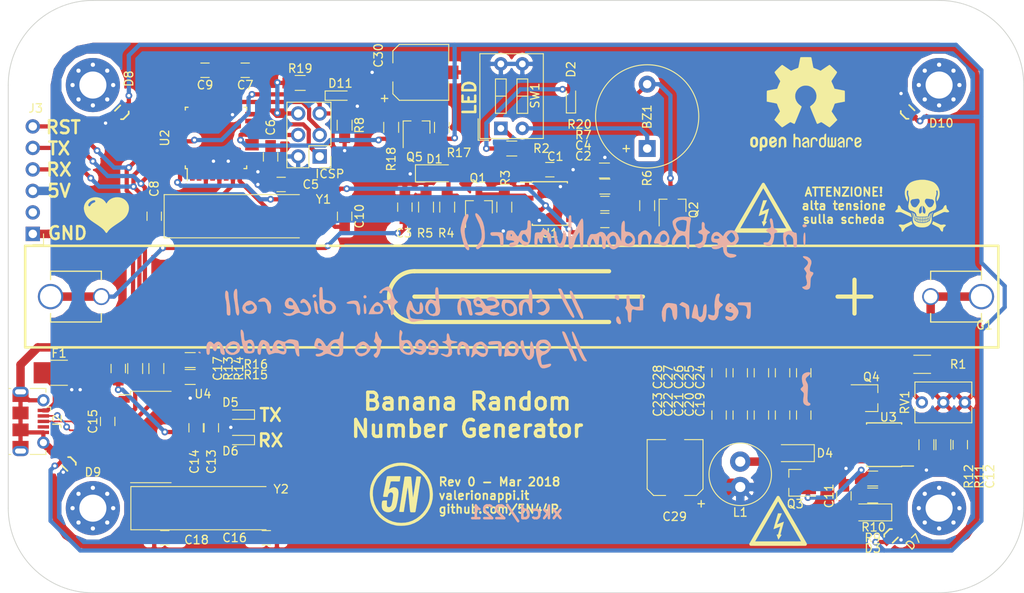
<source format=kicad_pcb>
(kicad_pcb (version 20170123) (host pcbnew "(2017-07-16 revision e797af331)-makepkg")
  (title_block (title "Banana Random Number Generator") (date 2018-03-03) (rev "First release") (company "author: valerio\\\\new") (comment 1 https://github.com/5N44P/Banana-Random-Number-Generator) (comment 2 Attribution:) (comment 3 https://creativecommons.org/licenses/by-sa/4.0/) (comment 4 "Hardware released under CC-BY-SA 4.0 license"))
  (layers (0 F.Cu signal) (31 B.Cu signal) (34 B.Paste user) (35 F.Paste user) (36 B.SilkS user) (37 F.SilkS user) (38 B.Mask user hide) (39 F.Mask user hide) (44 Edge.Cuts user))
  (net 0 "")
  (net 1 "Net-(BZ1-Pad2)")
  (net 2 "Net-(BZ1-Pad1)")
  (net 3 +5V)
  (net 4 GND)
  (net 5 "Net-(C2-Pad1)")
  (net 6 "Net-(C3-Pad1)")
  (net 7 "Net-(C4-Pad1)")
  (net 8 "Net-(C8-Pad2)")
  (net 9 "Net-(C9-Pad1)")
  (net 10 "Net-(C10-Pad2)")
  (net 11 "Net-(C12-Pad1)")
  (net 12 "Net-(C15-Pad1)")
  (net 13 "Net-(C16-Pad2)")
  (net 14 RST)
  (net 15 "Net-(C17-Pad2)")
  (net 16 "Net-(C18-Pad2)")
  (net 17 "Net-(C19-Pad2)")
  (net 18 HT)
  (net 19 "Net-(C20-Pad1)")
  (net 20 "Net-(C21-Pad2)")
  (net 21 "Net-(C22-Pad1)")
  (net 22 "Net-(C23-Pad2)")
  (net 23 "Net-(C24-Pad1)")
  (net 24 "Net-(C25-Pad2)")
  (net 25 "Net-(C26-Pad1)")
  (net 26 "Net-(C27-Pad2)")
  (net 27 "Net-(D1-Pad2)")
  (net 28 "Net-(D2-Pad2)")
  (net 29 "Net-(D3-Pad2)")
  (net 30 "Net-(D4-Pad2)")
  (net 31 "Net-(D5-Pad1)")
  (net 32 "Net-(D6-Pad1)")
  (net 33 "Net-(F1-Pad1)")
  (net 34 "Net-(G1-Pad1)")
  (net 35 MOSI)
  (net 36 SCK)
  (net 37 MISO)
  (net 38 USBD+)
  (net 39 USBD-)
  (net 40 TX)
  (net 41 RX)
  (net 42 "Net-(Q1-Pad3)")
  (net 43 "Net-(Q2-Pad1)")
  (net 44 "Net-(Q3-Pad2)")
  (net 45 "Net-(Q3-Pad1)")
  (net 46 "Net-(Q4-Pad3)")
  (net 47 "Net-(R2-Pad1)")
  (net 48 GeigerSource)
  (net 49 "Net-(R10-Pad2)")
  (net 50 "Net-(R13-Pad2)")
  (net 51 "Net-(R14-Pad2)")
  (net 52 "Net-(D10-Pad1)")
  (net 53 "Net-(D11-Pad1)")
  (net 54 "Net-(J2-Pad4)")
  (net 55 "Net-(J3-Pad2)")
  (net 56 "Net-(Q5-Pad3)")
  (net 57 "Net-(Q5-Pad1)")
  (net 58 LEDS)
  (net 59 "Net-(U2-Pad28)")
  (net 60 "Net-(U2-Pad27)")
  (net 61 "Net-(U2-Pad26)")
  (net 62 "Net-(U2-Pad25)")
  (net 63 "Net-(U2-Pad24)")
  (net 64 "Net-(U2-Pad23)")
  (net 65 "Net-(U2-Pad22)")
  (net 66 "Net-(U2-Pad19)")
  (net 67 "Net-(U2-Pad14)")
  (net 68 "Net-(U2-Pad12)")
  (net 69 "Net-(U2-Pad11)")
  (net 70 "Net-(U2-Pad10)")
  (net 71 "Net-(U2-Pad9)")
  (net 72 "Net-(U2-Pad2)")
  (net 73 "Net-(U2-Pad1)")
  (net 74 "Net-(U3-Pad5)")
  (net 75 "Net-(U4-Pad15)")
  (net 76 "Net-(U4-Pad14)")
  (net 77 "Net-(U4-Pad12)")
  (net 78 "Net-(U4-Pad11)")
  (net 79 "Net-(U4-Pad10)")
  (net 80 "Net-(U4-Pad9)")
  (module LOGO (layer B.Cu) (at 147.75 88.15 180)
    (fp_text reference G*** hide)
    (fp_text value LOGO hide)
  )
  (module LOGO (layer F.Cu) (at 99.45 76.6)
    (fp_text reference G*** hide)
    (fp_text value LOGO hide)
  )
  (module Buzzers_Beepers:Buzzer_12x9.5RM7.6 (layer F.Cu) (at 163.5 69 90)
    (fp_text reference BZ1 (at 3.75 0 90) (layer F.SilkS))
    (fp_text value Buzzer)
    (fp_text user + (at -0.01 -2.54 90) (layer F.SilkS))
    (pad 2 thru_hole circle (at 7.6 0 90) (size 2 2) (drill 1) (layers *.Cu *.Mask) (net 1 "Net-(BZ1-Pad2)"))
    (pad 1 thru_hole rect (at 0 0 90) (size 2 2) (drill 1) (layers *.Cu *.Mask) (net 2 "Net-(BZ1-Pad1)"))
  )
  (module LOGO (layer F.Cu) (at 179 113)
    (fp_text reference G*** hide)
    (fp_text value LOGO hide)
  )
  (module LOGO (layer F.Cu) (at 177.25 76)
    (fp_text reference G*** hide)
    (fp_text value LOGO hide)
  )
  (module LOGO (layer F.Cu) (at 196 75.75)
    (fp_text reference G*** hide)
    (fp_text value LOGO hide)
  )
  (module LOGO (layer F.Cu) (at 134.75 110)
    (fp_text reference G*** hide)
    (fp_text value LOGO hide)
  )
  (module Symbols:OSHW-Logo2_14.6x12mm_SilkScreen (layer F.Cu) (at 182.25 63.75)
    (fp_text reference REF*** hide)
    (fp_text value OSHW-Logo2_14.6x12mm_SilkScreen hide)
  )
  (module Pin_Headers:Pin_Header_Angled_1x06_Pitch2.54mm (layer F.Cu) (at 90.9 79.09 180)
    (fp_text reference J3 (at -0.35 14.84 180) (layer F.SilkS))
    (fp_text value "CONNETTORE FEMMINA 6 PIN 90°")
    (pad 6 thru_hole oval (at 0 12.7 180) (size 1.7 1.7) (drill 1) (layers *.Cu *.Mask) (net 14 RST))
    (pad 5 thru_hole oval (at 0 10.16 180) (size 1.7 1.7) (drill 1) (layers *.Cu *.Mask) (net 40 TX))
    (pad 4 thru_hole oval (at 0 7.62 180) (size 1.7 1.7) (drill 1) (layers *.Cu *.Mask) (net 41 RX))
    (pad 3 thru_hole oval (at 0 5.08 180) (size 1.7 1.7) (drill 1) (layers *.Cu *.Mask) (net 3 +5V))
    (pad 2 thru_hole oval (at 0 2.54 180) (size 1.7 1.7) (drill 1) (layers *.Cu *.Mask) (net 55 "Net-(J3-Pad2)"))
    (pad 1 thru_hole rect (at 0 0 180) (size 1.7 1.7) (drill 1) (layers *.Cu *.Mask) (net 4 GND))
  )
  (module Capacitors_SMD:C_0805_HandSoldering (layer F.Cu) (at 186.75 110.05 270)
    (fp_text reference C11 (at 0 1.75 270) (layer F.SilkS))
    (fp_text value "100n 50V")
    (pad 1 smd rect (at -1.25 0 270) (size 1.5 1.25) (layers F.Cu F.Paste F.Mask) (net 3 +5V))
    (pad 2 smd rect (at 1.25 0 270) (size 1.5 1.25) (layers F.Cu F.Paste F.Mask) (net 4 GND))
  )
  (module LEDs:LED_0603_HandSoldering (layer F.Cu) (at 115.3 100.45 180)
    (fp_text reference D5 (at 1.05 1.45 180) (layer F.SilkS))
    (fp_text value LL-S192UAC-1A)
    (pad 2 smd rect (at 1.1 0 180) (size 1.2 0.9) (layers F.Cu F.Paste F.Mask) (net 3 +5V))
    (pad 1 smd rect (at -1.1 0 180) (size 1.2 0.9) (layers F.Cu F.Paste F.Mask) (net 31 "Net-(D5-Pad1)"))
  )
  (module LEDs:LED_0603_HandSoldering (layer F.Cu) (at 115.3 103.45 180)
    (fp_text reference D6 (at 1.05 -1.3 180) (layer F.SilkS))
    (fp_text value LL-S192UAC-1A)
    (pad 2 smd rect (at 1.1 0 180) (size 1.2 0.9) (layers F.Cu F.Paste F.Mask) (net 3 +5V))
    (pad 1 smd rect (at -1.1 0 180) (size 1.2 0.9) (layers F.Cu F.Paste F.Mask) (net 32 "Net-(D6-Pad1)"))
  )
  (module Resistors_SMD:R_0805_HandSoldering (layer F.Cu) (at 109.5 96)
    (fp_text reference R15 (at 7.75 -0.25) (layer F.SilkS))
    (fp_text value 1k)
    (pad 2 smd rect (at 1.35 0) (size 1.5 1.3) (layers F.Cu F.Paste F.Mask) (net 31 "Net-(D5-Pad1)"))
    (pad 1 smd rect (at -1.35 0) (size 1.5 1.3) (layers F.Cu F.Paste F.Mask) (net 41 RX))
  )
  (module Resistors_SMD:R_0805_HandSoldering (layer F.Cu) (at 109.5 94)
    (fp_text reference R16 (at 7.75 0.5) (layer F.SilkS))
    (fp_text value 1k)
    (pad 2 smd rect (at 1.35 0) (size 1.5 1.3) (layers F.Cu F.Paste F.Mask) (net 32 "Net-(D6-Pad1)"))
    (pad 1 smd rect (at -1.35 0) (size 1.5 1.3) (layers F.Cu F.Paste F.Mask) (net 40 TX))
  )
  (module Mounting_Holes:MountingHole_3.2mm_M3_Pad_Via (layer F.Cu) (at 198 111.5)
    (fp_text reference REF**)
    (fp_text value MountingHole_3.2mm_M3_Pad_Via)
    (pad 1 thru_hole circle (at 0 0) (size 6.4 6.4) (drill 3.2) (layers *.Cu *.Mask))
    (pad 1 thru_hole circle (at 2.4 0) (size 0.8 0.8) (drill 0.5) (layers *.Cu *.Mask))
    (pad 1 thru_hole circle (at 1.697056 1.697056) (size 0.8 0.8) (drill 0.5) (layers *.Cu *.Mask))
    (pad 1 thru_hole circle (at 0 2.4) (size 0.8 0.8) (drill 0.5) (layers *.Cu *.Mask))
    (pad 1 thru_hole circle (at -1.697056 1.697056) (size 0.8 0.8) (drill 0.5) (layers *.Cu *.Mask))
    (pad 1 thru_hole circle (at -2.4 0) (size 0.8 0.8) (drill 0.5) (layers *.Cu *.Mask))
    (pad 1 thru_hole circle (at -1.697056 -1.697056) (size 0.8 0.8) (drill 0.5) (layers *.Cu *.Mask))
    (pad 1 thru_hole circle (at 0 -2.4) (size 0.8 0.8) (drill 0.5) (layers *.Cu *.Mask))
    (pad 1 thru_hole circle (at 1.697056 -1.697056) (size 0.8 0.8) (drill 0.5) (layers *.Cu *.Mask))
  )
  (module Mounting_Holes:MountingHole_3.2mm_M3_Pad_Via (layer F.Cu) (at 198 61.5)
    (fp_text reference REF**)
    (fp_text value MountingHole_3.2mm_M3_Pad_Via)
    (pad 1 thru_hole circle (at 0 0) (size 6.4 6.4) (drill 3.2) (layers *.Cu *.Mask))
    (pad 1 thru_hole circle (at 2.4 0) (size 0.8 0.8) (drill 0.5) (layers *.Cu *.Mask))
    (pad 1 thru_hole circle (at 1.697056 1.697056) (size 0.8 0.8) (drill 0.5) (layers *.Cu *.Mask))
    (pad 1 thru_hole circle (at 0 2.4) (size 0.8 0.8) (drill 0.5) (layers *.Cu *.Mask))
    (pad 1 thru_hole circle (at -1.697056 1.697056) (size 0.8 0.8) (drill 0.5) (layers *.Cu *.Mask))
    (pad 1 thru_hole circle (at -2.4 0) (size 0.8 0.8) (drill 0.5) (layers *.Cu *.Mask))
    (pad 1 thru_hole circle (at -1.697056 -1.697056) (size 0.8 0.8) (drill 0.5) (layers *.Cu *.Mask))
    (pad 1 thru_hole circle (at 0 -2.4) (size 0.8 0.8) (drill 0.5) (layers *.Cu *.Mask))
    (pad 1 thru_hole circle (at 1.697056 -1.697056) (size 0.8 0.8) (drill 0.5) (layers *.Cu *.Mask))
  )
  (module Mounting_Holes:MountingHole_3.2mm_M3_Pad_Via (layer F.Cu) (at 98 61.5)
    (fp_text reference REF** hide)
    (fp_text value MountingHole_3.2mm_M3_Pad_Via)
    (pad 1 thru_hole circle (at 0 0) (size 6.4 6.4) (drill 3.2) (layers *.Cu *.Mask))
    (pad 1 thru_hole circle (at 2.4 0) (size 0.8 0.8) (drill 0.5) (layers *.Cu *.Mask))
    (pad 1 thru_hole circle (at 1.697056 1.697056) (size 0.8 0.8) (drill 0.5) (layers *.Cu *.Mask))
    (pad 1 thru_hole circle (at 0 2.4) (size 0.8 0.8) (drill 0.5) (layers *.Cu *.Mask))
    (pad 1 thru_hole circle (at -1.697056 1.697056) (size 0.8 0.8) (drill 0.5) (layers *.Cu *.Mask))
    (pad 1 thru_hole circle (at -2.4 0) (size 0.8 0.8) (drill 0.5) (layers *.Cu *.Mask))
    (pad 1 thru_hole circle (at -1.697056 -1.697056) (size 0.8 0.8) (drill 0.5) (layers *.Cu *.Mask))
    (pad 1 thru_hole circle (at 0 -2.4) (size 0.8 0.8) (drill 0.5) (layers *.Cu *.Mask))
    (pad 1 thru_hole circle (at 1.697056 -1.697056) (size 0.8 0.8) (drill 0.5) (layers *.Cu *.Mask))
  )
  (module Mounting_Holes:MountingHole_3.2mm_M3_Pad_Via (layer F.Cu) (at 98 111.5)
    (fp_text reference REF** hide)
    (fp_text value MountingHole_3.2mm_M3_Pad_Via)
    (pad 1 thru_hole circle (at 0 0) (size 6.4 6.4) (drill 3.2) (layers *.Cu *.Mask))
    (pad 1 thru_hole circle (at 2.4 0) (size 0.8 0.8) (drill 0.5) (layers *.Cu *.Mask))
    (pad 1 thru_hole circle (at 1.697056 1.697056) (size 0.8 0.8) (drill 0.5) (layers *.Cu *.Mask))
    (pad 1 thru_hole circle (at 0 2.4) (size 0.8 0.8) (drill 0.5) (layers *.Cu *.Mask))
    (pad 1 thru_hole circle (at -1.697056 1.697056) (size 0.8 0.8) (drill 0.5) (layers *.Cu *.Mask))
    (pad 1 thru_hole circle (at -2.4 0) (size 0.8 0.8) (drill 0.5) (layers *.Cu *.Mask))
    (pad 1 thru_hole circle (at -1.697056 -1.697056) (size 0.8 0.8) (drill 0.5) (layers *.Cu *.Mask))
    (pad 1 thru_hole circle (at 0 -2.4) (size 0.8 0.8) (drill 0.5) (layers *.Cu *.Mask))
    (pad 1 thru_hole circle (at 1.697056 -1.697056) (size 0.8 0.8) (drill 0.5) (layers *.Cu *.Mask))
  )
  (module Capacitors_SMD:C_0805_HandSoldering (layer F.Cu) (at 152 71.5)
    (fp_text reference C1 (at 0.65 -1.55) (layer F.SilkS))
    (fp_text value "100n 50V")
    (pad 2 smd rect (at 1.25 0) (size 1.5 1.25) (layers F.Cu F.Paste F.Mask) (net 3 +5V))
    (pad 1 smd rect (at -1.25 0) (size 1.5 1.25) (layers F.Cu F.Paste F.Mask) (net 4 GND))
  )
  (module Capacitors_SMD:C_0805_HandSoldering (layer F.Cu) (at 158.5 77.5)
    (fp_text reference C2 (at -2.55 -7.6) (layer F.SilkS))
    (fp_text value 100n)
    (pad 2 smd rect (at 1.25 0) (size 1.5 1.25) (layers F.Cu F.Paste F.Mask) (net 4 GND))
    (pad 1 smd rect (at -1.25 0) (size 1.5 1.25) (layers F.Cu F.Paste F.Mask) (net 5 "Net-(C2-Pad1)"))
  )
  (module Capacitors_SMD:C_0805_HandSoldering (layer F.Cu) (at 134.868122 75.926906 90)
    (fp_text reference C3 (at -3.073094 -0.118122 180) (layer F.SilkS))
    (fp_text value 100n)
    (pad 1 smd rect (at -1.25 0 90) (size 1.5 1.25) (layers F.Cu F.Paste F.Mask) (net 6 "Net-(C3-Pad1)"))
    (pad 2 smd rect (at 1.25 0 90) (size 1.5 1.25) (layers F.Cu F.Paste F.Mask) (net 4 GND))
  )
  (module Capacitors_SMD:C_0805_HandSoldering (layer F.Cu) (at 158.5 75.5)
    (fp_text reference C4 (at -2.55 -6.85) (layer F.SilkS))
    (fp_text value "100n 50V")
    (pad 1 smd rect (at -1.25 0) (size 1.5 1.25) (layers F.Cu F.Paste F.Mask) (net 7 "Net-(C4-Pad1)"))
    (pad 2 smd rect (at 1.25 0) (size 1.5 1.25) (layers F.Cu F.Paste F.Mask) (net 4 GND))
  )
  (module Capacitors_SMD:C_0805_HandSoldering (layer F.Cu) (at 120.25 73.25)
    (fp_text reference C5 (at 3.5 0) (layer F.SilkS))
    (fp_text value "100n 50V")
    (pad 1 smd rect (at -1.25 0) (size 1.5 1.25) (layers F.Cu F.Paste F.Mask) (net 3 +5V))
    (pad 2 smd rect (at 1.25 0) (size 1.5 1.25) (layers F.Cu F.Paste F.Mask) (net 4 GND))
  )
  (module Capacitors_SMD:C_0805_HandSoldering (layer F.Cu) (at 119 70 90)
    (fp_text reference C6 (at 3.5 0 90) (layer F.SilkS))
    (fp_text value "100n 50V")
    (pad 2 smd rect (at 1.25 0 90) (size 1.5 1.25) (layers F.Cu F.Paste F.Mask) (net 4 GND))
    (pad 1 smd rect (at -1.25 0 90) (size 1.5 1.25) (layers F.Cu F.Paste F.Mask) (net 3 +5V))
  )
  (module Capacitors_SMD:C_0805_HandSoldering (layer F.Cu) (at 116 59.75)
    (fp_text reference C7 (at 0 1.75) (layer F.SilkS))
    (fp_text value 100n)
    (pad 1 smd rect (at -1.25 0) (size 1.5 1.25) (layers F.Cu F.Paste F.Mask) (net 3 +5V))
    (pad 2 smd rect (at 1.25 0) (size 1.5 1.25) (layers F.Cu F.Paste F.Mask) (net 4 GND))
  )
  (module Capacitors_SMD:C_0805_HandSoldering (layer F.Cu) (at 105.25 77 270)
    (fp_text reference C8 (at -3.25 0 270) (layer F.SilkS))
    (fp_text value 22p)
    (pad 2 smd rect (at 1.25 0 270) (size 1.5 1.25) (layers F.Cu F.Paste F.Mask) (net 8 "Net-(C8-Pad2)"))
    (pad 1 smd rect (at -1.25 0 270) (size 1.5 1.25) (layers F.Cu F.Paste F.Mask) (net 4 GND))
  )
  (module Capacitors_SMD:C_0805_HandSoldering (layer F.Cu) (at 111.25 59.75 180)
    (fp_text reference C9 (at 0 -1.75 180) (layer F.SilkS))
    (fp_text value 100n)
    (pad 1 smd rect (at -1.25 0 180) (size 1.5 1.25) (layers F.Cu F.Paste F.Mask) (net 9 "Net-(C9-Pad1)"))
    (pad 2 smd rect (at 1.25 0 180) (size 1.5 1.25) (layers F.Cu F.Paste F.Mask) (net 4 GND))
  )
  (module Capacitors_SMD:C_0805_HandSoldering (layer F.Cu) (at 127.75 77 270)
    (fp_text reference C10 (at 0 -1.75 270) (layer F.SilkS))
    (fp_text value 22p)
    (pad 2 smd rect (at 1.25 0 270) (size 1.5 1.25) (layers F.Cu F.Paste F.Mask) (net 10 "Net-(C10-Pad2)"))
    (pad 1 smd rect (at -1.25 0 270) (size 1.5 1.25) (layers F.Cu F.Paste F.Mask) (net 4 GND))
  )
  (module Capacitors_SMD:C_0805_HandSoldering (layer F.Cu) (at 200.5 104 90)
    (fp_text reference C12 (at -3.75 3.5 90) (layer F.SilkS))
    (fp_text value 22p)
    (pad 1 smd rect (at -1.25 0 90) (size 1.5 1.25) (layers F.Cu F.Paste F.Mask) (net 11 "Net-(C12-Pad1)"))
    (pad 2 smd rect (at 1.25 0 90) (size 1.5 1.25) (layers F.Cu F.Paste F.Mask) (net 4 GND))
  )
  (module Capacitors_SMD:C_0805_HandSoldering (layer F.Cu) (at 112 102 270)
    (fp_text reference C13 (at 4 0 270) (layer F.SilkS))
    (fp_text value "100n 50V")
    (pad 2 smd rect (at 1.25 0 270) (size 1.5 1.25) (layers F.Cu F.Paste F.Mask) (net 4 GND))
    (pad 1 smd rect (at -1.25 0 270) (size 1.5 1.25) (layers F.Cu F.Paste F.Mask) (net 3 +5V))
  )
  (module Capacitors_SMD:C_0805_HandSoldering (layer F.Cu) (at 110.2 102 270)
    (fp_text reference C14 (at 4 0.2 270) (layer F.SilkS))
    (fp_text value "100n 50V")
    (pad 1 smd rect (at -1.25 0 270) (size 1.5 1.25) (layers F.Cu F.Paste F.Mask) (net 3 +5V))
    (pad 2 smd rect (at 1.25 0 270) (size 1.5 1.25) (layers F.Cu F.Paste F.Mask) (net 4 GND))
  )
  (module Capacitors_SMD:C_0805_HandSoldering (layer F.Cu) (at 99.75 101.25 90)
    (fp_text reference C15 (at 0 -1.75 90) (layer F.SilkS))
    (fp_text value "100n 50V")
    (pad 2 smd rect (at 1.25 0 90) (size 1.5 1.25) (layers F.Cu F.Paste F.Mask) (net 4 GND))
    (pad 1 smd rect (at -1.25 0 90) (size 1.5 1.25) (layers F.Cu F.Paste F.Mask) (net 12 "Net-(C15-Pad1)"))
  )
  (module Capacitors_SMD:C_0805_HandSoldering (layer F.Cu) (at 118.5 115 180)
    (fp_text reference C16 (at 3.75 0 180) (layer F.SilkS))
    (fp_text value 22p)
    (pad 1 smd rect (at -1.25 0 180) (size 1.5 1.25) (layers F.Cu F.Paste F.Mask) (net 4 GND))
    (pad 2 smd rect (at 1.25 0 180) (size 1.5 1.25) (layers F.Cu F.Paste F.Mask) (net 13 "Net-(C16-Pad2)"))
  )
  (module Capacitors_SMD:C_0805_HandSoldering (layer F.Cu) (at 101 95 270)
    (fp_text reference C17 (at 0 -11.75 270) (layer F.SilkS))
    (fp_text value "100n 50V")
    (pad 1 smd rect (at -1.25 0 270) (size 1.5 1.25) (layers F.Cu F.Paste F.Mask) (net 14 RST))
    (pad 2 smd rect (at 1.25 0 270) (size 1.5 1.25) (layers F.Cu F.Paste F.Mask) (net 15 "Net-(C17-Pad2)"))
  )
  (module Capacitors_SMD:C_0805_HandSoldering (layer F.Cu) (at 106.5 115)
    (fp_text reference C18 (at 3.75 0.25) (layer F.SilkS))
    (fp_text value 22p)
    (pad 1 smd rect (at -1.25 0) (size 1.5 1.25) (layers F.Cu F.Paste F.Mask) (net 4 GND))
    (pad 2 smd rect (at 1.25 0) (size 1.5 1.25) (layers F.Cu F.Paste F.Mask) (net 16 "Net-(C18-Pad2)"))
  )
  (module Capacitors_SMD:C_0805_HandSoldering (layer F.Cu) (at 182 100.5 90)
    (fp_text reference C19 (at 1.25 -12.25 90) (layer F.SilkS))
    (fp_text value "100n 50V")
    (pad 2 smd rect (at 1.25 0 90) (size 1.5 1.25) (layers F.Cu F.Paste F.Mask) (net 17 "Net-(C19-Pad2)"))
    (pad 1 smd rect (at -1.25 0 90) (size 1.5 1.25) (layers F.Cu F.Paste F.Mask) (net 18 HT))
  )
  (module Capacitors_SMD:C_0805_HandSoldering (layer F.Cu) (at 179.5 100.5 90)
    (fp_text reference C20 (at 1.25 -11 90) (layer F.SilkS))
    (fp_text value "100n 50V")
    (pad 1 smd rect (at -1.25 0 90) (size 1.5 1.25) (layers F.Cu F.Paste F.Mask) (net 19 "Net-(C20-Pad1)"))
    (pad 2 smd rect (at 1.25 0 90) (size 1.5 1.25) (layers F.Cu F.Paste F.Mask) (net 17 "Net-(C19-Pad2)"))
  )
  (module Capacitors_SMD:C_0805_HandSoldering (layer F.Cu) (at 177 100.5 90)
    (fp_text reference C21 (at 1.25 -9.75 90) (layer F.SilkS))
    (fp_text value "100n 50V")
    (pad 2 smd rect (at 1.25 0 90) (size 1.5 1.25) (layers F.Cu F.Paste F.Mask) (net 20 "Net-(C21-Pad2)"))
    (pad 1 smd rect (at -1.25 0 90) (size 1.5 1.25) (layers F.Cu F.Paste F.Mask) (net 19 "Net-(C20-Pad1)"))
  )
  (module Capacitors_SMD:C_0805_HandSoldering (layer F.Cu) (at 174.5 100.5 90)
    (fp_text reference C22 (at 1.25 -8.5 90) (layer F.SilkS))
    (fp_text value "100n 50V")
    (pad 2 smd rect (at 1.25 0 90) (size 1.5 1.25) (layers F.Cu F.Paste F.Mask) (net 20 "Net-(C21-Pad2)"))
    (pad 1 smd rect (at -1.25 0 90) (size 1.5 1.25) (layers F.Cu F.Paste F.Mask) (net 21 "Net-(C22-Pad1)"))
  )
  (module Capacitors_SMD:C_0805_HandSoldering (layer F.Cu) (at 172 100.5 90)
    (fp_text reference C23 (at 1.25 -7.25 90) (layer F.SilkS))
    (fp_text value "100n 50V")
    (pad 2 smd rect (at 1.25 0 90) (size 1.5 1.25) (layers F.Cu F.Paste F.Mask) (net 22 "Net-(C23-Pad2)"))
    (pad 1 smd rect (at -1.25 0 90) (size 1.5 1.25) (layers F.Cu F.Paste F.Mask) (net 21 "Net-(C22-Pad1)"))
  )
  (module Capacitors_SMD:C_0805_HandSoldering (layer F.Cu) (at 182 95.5 90)
    (fp_text reference C24 (at -0.5 -12.25 90) (layer F.SilkS))
    (fp_text value "100n 50V")
    (pad 1 smd rect (at -1.25 0 90) (size 1.5 1.25) (layers F.Cu F.Paste F.Mask) (net 23 "Net-(C24-Pad1)"))
    (pad 2 smd rect (at 1.25 0 90) (size 1.5 1.25) (layers F.Cu F.Paste F.Mask) (net 4 GND))
  )
  (module Capacitors_SMD:C_0805_HandSoldering (layer F.Cu) (at 179.5 95.5 90)
    (fp_text reference C25 (at -0.5 -11 90) (layer F.SilkS))
    (fp_text value "100n 50V")
    (pad 2 smd rect (at 1.25 0 90) (size 1.5 1.25) (layers F.Cu F.Paste F.Mask) (net 24 "Net-(C25-Pad2)"))
    (pad 1 smd rect (at -1.25 0 90) (size 1.5 1.25) (layers F.Cu F.Paste F.Mask) (net 23 "Net-(C24-Pad1)"))
  )
  (module Capacitors_SMD:C_0805_HandSoldering (layer F.Cu) (at 177 95.5 90)
    (fp_text reference C26 (at -0.5 -9.75 90) (layer F.SilkS))
    (fp_text value "100n 50V")
    (pad 1 smd rect (at -1.25 0 90) (size 1.5 1.25) (layers F.Cu F.Paste F.Mask) (net 25 "Net-(C26-Pad1)"))
    (pad 2 smd rect (at 1.25 0 90) (size 1.5 1.25) (layers F.Cu F.Paste F.Mask) (net 24 "Net-(C25-Pad2)"))
  )
  (module Capacitors_SMD:C_0805_HandSoldering (layer F.Cu) (at 174.5 95.5 90)
    (fp_text reference C27 (at -0.5 -8.5 90) (layer F.SilkS))
    (fp_text value "100n 50V")
    (pad 2 smd rect (at 1.25 0 90) (size 1.5 1.25) (layers F.Cu F.Paste F.Mask) (net 26 "Net-(C27-Pad2)"))
    (pad 1 smd rect (at -1.25 0 90) (size 1.5 1.25) (layers F.Cu F.Paste F.Mask) (net 25 "Net-(C26-Pad1)"))
  )
  (module Capacitors_SMD:C_0805_HandSoldering (layer F.Cu) (at 172 95.5 90)
    (fp_text reference C28 (at -0.5 -7.25 90) (layer F.SilkS))
    (fp_text value "100n 50V")
    (pad 1 smd rect (at -1.25 0 90) (size 1.5 1.25) (layers F.Cu F.Paste F.Mask) (net 22 "Net-(C23-Pad2)"))
    (pad 2 smd rect (at 1.25 0 90) (size 1.5 1.25) (layers F.Cu F.Paste F.Mask) (net 26 "Net-(C27-Pad2)"))
  )
  (module Diodes_SMD:D_SOD-123 (layer F.Cu) (at 138.368122 71.926906)
    (fp_text reference D1 (at 0 -1.676906) (layer F.SilkS))
    (fp_text value 1N4148)
    (pad 2 smd rect (at 1.65 0) (size 0.9 1.2) (layers F.Cu F.Paste F.Mask) (net 27 "Net-(D1-Pad2)"))
    (pad 1 smd rect (at -1.65 0) (size 0.9 1.2) (layers F.Cu F.Paste F.Mask) (net 3 +5V))
  )
  (module LEDs:LED_0603_HandSoldering (layer F.Cu) (at 154.5 63 90)
    (fp_text reference D2 (at 3.35 0 90) (layer F.SilkS))
    (fp_text value LL-S194PBC-B4-1B)
    (pad 1 smd rect (at -1.1 0 90) (size 1.2 0.9) (layers F.Cu F.Paste F.Mask) (net 1 "Net-(BZ1-Pad2)"))
    (pad 2 smd rect (at 1.1 0 90) (size 1.2 0.9) (layers F.Cu F.Paste F.Mask) (net 28 "Net-(D2-Pad2)"))
  )
  (module Diodes_SMD:D_SOD-123 (layer F.Cu) (at 190.15 112 180)
    (fp_text reference D3 (at 0 -4.25 180) (layer F.SilkS))
    (fp_text value 1N4148)
    (pad 2 smd rect (at 1.65 0 180) (size 0.9 1.2) (layers F.Cu F.Paste F.Mask) (net 29 "Net-(D3-Pad2)"))
    (pad 1 smd rect (at -1.65 0 180) (size 0.9 1.2) (layers F.Cu F.Paste F.Mask) (net 11 "Net-(C12-Pad1)"))
  )
  (module Diodes_SMD:D_SOD-123 (layer F.Cu) (at 181 105 180)
    (fp_text reference D4 (at -3.5 0 180) (layer F.SilkS))
    (fp_text value USL1M)
    (pad 1 smd rect (at -1.65 0 180) (size 0.9 1.2) (layers F.Cu F.Paste F.Mask) (net 18 HT))
    (pad 2 smd rect (at 1.65 0 180) (size 0.9 1.2) (layers F.Cu F.Paste F.Mask) (net 30 "Net-(D4-Pad2)"))
  )
  (module Resistors_SMD:R_1210_HandSoldering (layer F.Cu) (at 94 95.5)
    (fp_text reference F1 (at 0 -2.3) (layer F.SilkS))
    (fp_text value "Polyfuse 500mA")
    (pad 2 smd rect (at 2 0) (size 2 2.5) (layers F.Cu F.Paste F.Mask) (net 3 +5V))
    (pad 1 smd rect (at -2 0) (size 2 2.5) (layers F.Cu F.Paste F.Mask) (net 33 "Net-(F1-Pad1)"))
  )
  (module customfootprints:Geiger (layer F.Cu) (at 203 86.5 180)
    (fp_text reference G1 (at -0.35 -3.375 180) (layer F.SilkS))
    (fp_text value GEIGER_TUBE)
    (pad 1 thru_hole circle (at 6 0 180) (size 2 2) (drill 1.6) (layers *.Cu *.Mask) (net 34 "Net-(G1-Pad1)"))
    (pad 1 thru_hole circle (at 0 0 180) (size 3 3) (drill 2.5) (layers *.Cu *.Mask) (net 34 "Net-(G1-Pad1)"))
    (pad 2 thru_hole circle (at 104 0 180) (size 2 2) (drill 1.6) (layers *.Cu *.Mask) (net 6 "Net-(C3-Pad1)"))
    (pad 2 thru_hole circle (at 110 0 180) (size 3 3) (drill 2.5) (layers *.Cu *.Mask) (net 6 "Net-(C3-Pad1)"))
  )
  (module Pin_Headers:Pin_Header_Straight_2x03_Pitch2.54mm (layer F.Cu) (at 124.8 69.94 180)
    (fp_text reference ICSP (at -1.2 -2.06 180) (layer F.SilkS))
    (fp_text value ISP)
    (pad 6 thru_hole oval (at 2.54 5.08 180) (size 1.7 1.7) (drill 1) (layers *.Cu *.Mask) (net 4 GND))
    (pad 5 thru_hole oval (at 0 5.08 180) (size 1.7 1.7) (drill 1) (layers *.Cu *.Mask) (net 14 RST))
    (pad 4 thru_hole oval (at 2.54 2.54 180) (size 1.7 1.7) (drill 1) (layers *.Cu *.Mask) (net 35 MOSI))
    (pad 3 thru_hole oval (at 0 2.54 180) (size 1.7 1.7) (drill 1) (layers *.Cu *.Mask) (net 36 SCK))
    (pad 2 thru_hole oval (at 2.54 0 180) (size 1.7 1.7) (drill 1) (layers *.Cu *.Mask) (net 3 +5V))
    (pad 1 thru_hole rect (at 0 0 180) (size 1.7 1.7) (drill 1) (layers *.Cu *.Mask) (net 37 MISO))
  )
  (module Connectors_USB:USB_Micro-B_Molex-105017-0001 (layer F.Cu) (at 89.8 101.25 270)
    (fp_text reference J2 (at 0 -4 270) (layer F.SilkS))
    (fp_text value "MOLEX 105017 0001")
    (pad 6 smd rect (at -2.9 0.35 270) (size 1.2 1.9) (layers F.Cu F.Mask) (net 4 GND))
    (pad 6 smd rect (at 2.9 0.35 270) (size 1.2 1.9) (layers F.Cu F.Mask) (net 4 GND))
    (pad 6 thru_hole oval (at 3.5 0.35 270) (size 1.2 1.9) (drill oval 0.6 1.3) (layers *.Cu *.Mask) (net 4 GND))
    (pad 6 thru_hole oval (at -3.5 0.35 90) (size 1.2 1.9) (drill oval 0.6 1.3) (layers *.Cu *.Mask) (net 4 GND))
    (pad 6 smd rect (at -1 0.35 270) (size 1.5 1.9) (layers F.Cu F.Paste F.Mask) (net 4 GND))
    (pad 6 thru_hole circle (at 2.5 -2.35 270) (size 1.45 1.45) (drill 0.85) (layers *.Cu *.Mask) (net 4 GND))
    (pad 3 smd rect (at 0 -2.35 270) (size 0.4 1.35) (layers F.Cu F.Paste F.Mask) (net 38 USBD+))
    (pad 4 smd rect (at 0.65 -2.35 270) (size 0.4 1.35) (layers F.Cu F.Paste F.Mask) (net 54 "Net-(J2-Pad4)"))
    (pad 5 smd rect (at 1.3 -2.35 270) (size 0.4 1.35) (layers F.Cu F.Paste F.Mask) (net 4 GND))
    (pad 1 smd rect (at -1.3 -2.35 270) (size 0.4 1.35) (layers F.Cu F.Paste F.Mask) (net 33 "Net-(F1-Pad1)"))
    (pad 2 smd rect (at -0.65 -2.35 270) (size 0.4 1.35) (layers F.Cu F.Paste F.Mask) (net 39 USBD-))
    (pad 6 thru_hole circle (at -2.5 -2.35 270) (size 1.45 1.45) (drill 0.85) (layers *.Cu *.Mask) (net 4 GND))
    (pad 6 smd rect (at 1 0.35 270) (size 1.5 1.9) (layers F.Cu F.Paste F.Mask) (net 4 GND))
  )
  (module Inductors_THT:L_Radial_D7.2mm_P3.00mm_MuRATA_1700 (layer F.Cu) (at 174.5 109 90)
    (fp_text reference L1 (at -3 0 180) (layer F.SilkS))
    (fp_text value "15mH COIL0608-10")
    (pad 2 thru_hole circle (at 3 0 90) (size 2.4 2.4) (drill 1.2) (layers *.Cu *.Mask) (net 30 "Net-(D4-Pad2)"))
    (pad 1 thru_hole circle (at 0 0 90) (size 2.4 2.4) (drill 1.2) (layers *.Cu *.Mask) (net 3 +5V))
  )
  (module TO_SOT_Packages_SMD:SOT-23_Handsoldering (layer F.Cu) (at 143.618122 75.926906 90)
    (fp_text reference Q1 (at 3.426906 -0.118122 180) (layer F.SilkS))
    (fp_text value BC847)
    (pad 1 smd rect (at -1.5 -0.95 90) (size 1.9 0.8) (layers F.Cu F.Paste F.Mask) (net 27 "Net-(D1-Pad2)"))
    (pad 2 smd rect (at -1.5 0.95 90) (size 1.9 0.8) (layers F.Cu F.Paste F.Mask) (net 4 GND))
    (pad 3 smd rect (at 1.5 0 90) (size 1.9 0.8) (layers F.Cu F.Paste F.Mask) (net 42 "Net-(Q1-Pad3)"))
  )
  (module TO_SOT_Packages_SMD:SOT-23_Handsoldering (layer F.Cu) (at 166.5 75.75 90)
    (fp_text reference Q2 (at -0.5 2.5 90) (layer F.SilkS))
    (fp_text value BC847)
    (pad 3 smd rect (at 1.5 0 90) (size 1.9 0.8) (layers F.Cu F.Paste F.Mask) (net 1 "Net-(BZ1-Pad2)"))
    (pad 2 smd rect (at -1.5 0.95 90) (size 1.9 0.8) (layers F.Cu F.Paste F.Mask) (net 4 GND))
    (pad 1 smd rect (at -1.5 -0.95 90) (size 1.9 0.8) (layers F.Cu F.Paste F.Mask) (net 43 "Net-(Q2-Pad1)"))
  )
  (module TO_SOT_Packages_SMD:SOT-23_Handsoldering (layer F.Cu) (at 181 108.5 180)
    (fp_text reference Q3 (at 0 -2.5 180) (layer F.SilkS))
    (fp_text value MMBTA42)
    (pad 3 smd rect (at 1.5 0 180) (size 1.9 0.8) (layers F.Cu F.Paste F.Mask) (net 30 "Net-(D4-Pad2)"))
    (pad 2 smd rect (at -1.5 0.95 180) (size 1.9 0.8) (layers F.Cu F.Paste F.Mask) (net 44 "Net-(Q3-Pad2)"))
    (pad 1 smd rect (at -1.5 -0.95 180) (size 1.9 0.8) (layers F.Cu F.Paste F.Mask) (net 45 "Net-(Q3-Pad1)"))
  )
  (module TO_SOT_Packages_SMD:SOT-23_Handsoldering (layer F.Cu) (at 190 98.5)
    (fp_text reference Q4 (at 0 -2.5) (layer F.SilkS))
    (fp_text value BC847)
    (pad 1 smd rect (at -1.5 -0.95) (size 1.9 0.8) (layers F.Cu F.Paste F.Mask) (net 44 "Net-(Q3-Pad2)"))
    (pad 2 smd rect (at -1.5 0.95) (size 1.9 0.8) (layers F.Cu F.Paste F.Mask) (net 4 GND))
    (pad 3 smd rect (at 1.5 0) (size 1.9 0.8) (layers F.Cu F.Paste F.Mask) (net 46 "Net-(Q4-Pad3)"))
  )
  (module Resistors_SMD:R_1206_HandSoldering (layer F.Cu) (at 196 94.5 180)
    (fp_text reference R1 (at -4.25 0 180) (layer F.SilkS))
    (fp_text value "10M YAGEO RC1206JR-0710ML")
    (pad 2 smd rect (at 2 0 180) (size 2 1.7) (layers F.Cu F.Paste F.Mask) (net 18 HT))
    (pad 1 smd rect (at -2 0 180) (size 2 1.7) (layers F.Cu F.Paste F.Mask) (net 34 "Net-(G1-Pad1)"))
  )
  (module Resistors_SMD:R_0805_HandSoldering (layer F.Cu) (at 147.5 69 180)
    (fp_text reference R2 (at -3.5 0 180) (layer F.SilkS))
    (fp_text value 220)
    (pad 1 smd rect (at -1.35 0 180) (size 1.5 1.3) (layers F.Cu F.Paste F.Mask) (net 47 "Net-(R2-Pad1)"))
    (pad 2 smd rect (at 1.35 0 180) (size 1.5 1.3) (layers F.Cu F.Paste F.Mask) (net 28 "Net-(D2-Pad2)"))
  )
  (module Resistors_SMD:R_0805_HandSoldering (layer F.Cu) (at 146.618122 75.926906 90)
    (fp_text reference R3 (at 3.426906 0.131878 90) (layer F.SilkS))
    (fp_text value 100k)
    (pad 2 smd rect (at 1.35 0 90) (size 1.5 1.3) (layers F.Cu F.Paste F.Mask) (net 42 "Net-(Q1-Pad3)"))
    (pad 1 smd rect (at -1.35 0 90) (size 1.5 1.3) (layers F.Cu F.Paste F.Mask) (net 3 +5V))
  )
  (module Resistors_SMD:R_0805_HandSoldering (layer F.Cu) (at 139.868122 75.926906 270)
    (fp_text reference R4 (at 3.073094 0.118122) (layer F.SilkS))
    (fp_text value 100k)
    (pad 2 smd rect (at 1.35 0 270) (size 1.5 1.3) (layers F.Cu F.Paste F.Mask) (net 6 "Net-(C3-Pad1)"))
    (pad 1 smd rect (at -1.35 0 270) (size 1.5 1.3) (layers F.Cu F.Paste F.Mask) (net 27 "Net-(D1-Pad2)"))
  )
  (module Resistors_SMD:R_0805_HandSoldering (layer F.Cu) (at 137.368122 75.926906 90)
    (fp_text reference R5 (at -3.073094 -0.118122 180) (layer F.SilkS))
    (fp_text value 100k)
    (pad 1 smd rect (at -1.35 0 90) (size 1.5 1.3) (layers F.Cu F.Paste F.Mask) (net 6 "Net-(C3-Pad1)"))
    (pad 2 smd rect (at 1.35 0 90) (size 1.5 1.3) (layers F.Cu F.Paste F.Mask) (net 4 GND))
  )
  (module Resistors_SMD:R_0805_HandSoldering (layer F.Cu) (at 163.5 75.75 90)
    (fp_text reference R6 (at 3.25 0 90) (layer F.SilkS))
    (fp_text value 220)
    (pad 1 smd rect (at -1.35 0 90) (size 1.5 1.3) (layers F.Cu F.Paste F.Mask) (net 43 "Net-(Q2-Pad1)"))
    (pad 2 smd rect (at 1.35 0 90) (size 1.5 1.3) (layers F.Cu F.Paste F.Mask) (net 48 GeigerSource))
  )
  (module Resistors_SMD:R_0805_HandSoldering (layer F.Cu) (at 158.5 73.5 180)
    (fp_text reference R7 (at 2.55 6.1 180) (layer F.SilkS))
    (fp_text value 100k)
    (pad 1 smd rect (at -1.35 0 180) (size 1.5 1.3) (layers F.Cu F.Paste F.Mask) (net 3 +5V))
    (pad 2 smd rect (at 1.35 0 180) (size 1.5 1.3) (layers F.Cu F.Paste F.Mask) (net 7 "Net-(C4-Pad1)"))
  )
  (module Resistors_SMD:R_0805_HandSoldering (layer F.Cu) (at 127.75 66.25 90)
    (fp_text reference R8 (at 0 1.75 90) (layer F.SilkS))
    (fp_text value 100k)
    (pad 1 smd rect (at -1.35 0 90) (size 1.5 1.3) (layers F.Cu F.Paste F.Mask) (net 3 +5V))
    (pad 2 smd rect (at 1.35 0 90) (size 1.5 1.3) (layers F.Cu F.Paste F.Mask) (net 14 RST))
  )
  (module Resistors_SMD:R_0805_HandSoldering (layer F.Cu) (at 190.15 110)
    (fp_text reference R9 (at 0 5) (layer F.SilkS))
    (fp_text value 220)
    (pad 1 smd rect (at -1.35 0) (size 1.5 1.3) (layers F.Cu F.Paste F.Mask) (net 29 "Net-(D3-Pad2)"))
    (pad 2 smd rect (at 1.35 0) (size 1.5 1.3) (layers F.Cu F.Paste F.Mask) (net 49 "Net-(R10-Pad2)"))
  )
  (module Resistors_SMD:R_0805_HandSoldering (layer F.Cu) (at 190.15 108)
    (fp_text reference R10 (at 0.1 5.75) (layer F.SilkS))
    (fp_text value 1k)
    (pad 1 smd rect (at -1.35 0) (size 1.5 1.3) (layers F.Cu F.Paste F.Mask) (net 45 "Net-(Q3-Pad1)"))
    (pad 2 smd rect (at 1.35 0) (size 1.5 1.3) (layers F.Cu F.Paste F.Mask) (net 49 "Net-(R10-Pad2)"))
  )
  (module Resistors_SMD:R_0805_HandSoldering (layer F.Cu) (at 198.5 104 90)
    (fp_text reference R11 (at -3.75 4.25 90) (layer F.SilkS))
    (fp_text value 100k)
    (pad 2 smd rect (at 1.35 0 90) (size 1.5 1.3) (layers F.Cu F.Paste F.Mask) (net 4 GND))
    (pad 1 smd rect (at -1.35 0 90) (size 1.5 1.3) (layers F.Cu F.Paste F.Mask) (net 11 "Net-(C12-Pad1)"))
  )
  (module Resistors_SMD:R_0805_HandSoldering (layer F.Cu) (at 196.5 104 90)
    (fp_text reference R12 (at -3.75 5 90) (layer F.SilkS))
    (fp_text value 100k)
    (pad 2 smd rect (at 1.35 0 90) (size 1.5 1.3) (layers F.Cu F.Paste F.Mask) (net 46 "Net-(Q4-Pad3)"))
    (pad 1 smd rect (at -1.35 0 90) (size 1.5 1.3) (layers F.Cu F.Paste F.Mask) (net 3 +5V))
  )
  (module Resistors_SMD:R_0805_HandSoldering (layer F.Cu) (at 103 95 270)
    (fp_text reference R13 (at 0 -11 270) (layer F.SilkS))
    (fp_text value 1k)
    (pad 2 smd rect (at 1.35 0 270) (size 1.5 1.3) (layers F.Cu F.Paste F.Mask) (net 50 "Net-(R13-Pad2)"))
    (pad 1 smd rect (at -1.35 0 270) (size 1.5 1.3) (layers F.Cu F.Paste F.Mask) (net 41 RX))
  )
  (module Resistors_SMD:R_0805_HandSoldering (layer F.Cu) (at 105.5 95 270)
    (fp_text reference R14 (at 0 -9.75 270) (layer F.SilkS))
    (fp_text value 1k)
    (pad 1 smd rect (at -1.35 0 270) (size 1.5 1.3) (layers F.Cu F.Paste F.Mask) (net 40 TX))
    (pad 2 smd rect (at 1.35 0 270) (size 1.5 1.3) (layers F.Cu F.Paste F.Mask) (net 51 "Net-(R14-Pad2)"))
  )
  (module Potentiometers:Potentiometer_Trimmer_Vishay_T73XW_Vertical (layer F.Cu) (at 195.96 99 90)
    (fp_text reference RV1 (at 0 -2.01 90) (layer F.SilkS))
    (fp_text value 100)
    (pad 1 thru_hole circle (at 0 0 90) (size 1.44 1.44) (drill 0.8) (layers *.Cu *.Mask) (net 44 "Net-(Q3-Pad2)"))
    (pad 2 thru_hole circle (at 0 2.54 90) (size 1.44 1.44) (drill 0.8) (layers *.Cu *.Mask) (net 4 GND))
    (pad 3 thru_hole circle (at 0 5.08 90) (size 1.44 1.44) (drill 0.8) (layers *.Cu *.Mask) (net 4 GND))
  )
  (module Buttons_Switches_THT:SW_DIP_x2_W7.62mm_Slide (layer F.Cu) (at 146.21 66.62 90)
    (fp_text reference SW1 (at 3.87 4.04 90) (layer F.SilkS))
    (fp_text value "DIPTRONICS NDI-02H-V")
    (pad 4 thru_hole oval (at 7.62 0 90) (size 1.6 1.6) (drill 0.8) (layers *.Cu *.Mask) (net 3 +5V))
    (pad 2 thru_hole oval (at 0 2.54 90) (size 1.6 1.6) (drill 0.8) (layers *.Cu *.Mask) (net 2 "Net-(BZ1-Pad1)"))
    (pad 3 thru_hole oval (at 7.62 2.54 90) (size 1.6 1.6) (drill 0.8) (layers *.Cu *.Mask) (net 3 +5V))
    (pad 1 thru_hole rect (at 0 0 90) (size 1.6 1.6) (drill 0.8) (layers *.Cu *.Mask) (net 47 "Net-(R2-Pad1)"))
  )
  (module Housings_SOIC:SOIC-8_3.9x4.9mm_Pitch1.27mm (layer F.Cu) (at 152 75.5)
    (fp_text reference U1 (at 0 3.5) (layer F.SilkS))
    (fp_text value LM555N)
    (pad 8 smd rect (at 2.7 -1.905) (size 1.55 0.6) (layers F.Cu F.Paste F.Mask) (net 3 +5V))
    (pad 7 smd rect (at 2.7 -0.635) (size 1.55 0.6) (layers F.Cu F.Paste F.Mask) (net 7 "Net-(C4-Pad1)"))
    (pad 6 smd rect (at 2.7 0.635) (size 1.55 0.6) (layers F.Cu F.Paste F.Mask) (net 7 "Net-(C4-Pad1)"))
    (pad 5 smd rect (at 2.7 1.905) (size 1.55 0.6) (layers F.Cu F.Paste F.Mask) (net 5 "Net-(C2-Pad1)"))
    (pad 4 smd rect (at -2.7 1.905) (size 1.55 0.6) (layers F.Cu F.Paste F.Mask) (net 3 +5V))
    (pad 3 smd rect (at -2.7 0.635) (size 1.55 0.6) (layers F.Cu F.Paste F.Mask) (net 48 GeigerSource))
    (pad 2 smd rect (at -2.7 -0.635) (size 1.55 0.6) (layers F.Cu F.Paste F.Mask) (net 42 "Net-(Q1-Pad3)"))
    (pad 1 smd rect (at -2.7 -1.905) (size 1.55 0.6) (layers F.Cu F.Paste F.Mask) (net 4 GND))
  )
  (module Housings_QFP:TQFP-32_7x7mm_Pitch0.8mm (layer F.Cu) (at 112.55 67.75 90)
    (fp_text reference U2 (at 0 -6.05 90) (layer F.SilkS))
    (fp_text value ATMEGA328-AU)
    (pad 32 smd rect (at -2.8 -4.25 180) (size 1.6 0.55) (layers F.Cu F.Paste F.Mask) (net 48 GeigerSource))
    (pad 31 smd rect (at -2 -4.25 180) (size 1.6 0.55) (layers F.Cu F.Paste F.Mask) (net 40 TX))
    (pad 30 smd rect (at -1.2 -4.25 180) (size 1.6 0.55) (layers F.Cu F.Paste F.Mask) (net 41 RX))
    (pad 29 smd rect (at -0.4 -4.25 180) (size 1.6 0.55) (layers F.Cu F.Paste F.Mask) (net 14 RST))
    (pad 28 smd rect (at 0.4 -4.25 180) (size 1.6 0.55) (layers F.Cu F.Paste F.Mask) (net 59 "Net-(U2-Pad28)"))
    (pad 27 smd rect (at 1.2 -4.25 180) (size 1.6 0.55) (layers F.Cu F.Paste F.Mask) (net 60 "Net-(U2-Pad27)"))
    (pad 26 smd rect (at 2 -4.25 180) (size 1.6 0.55) (layers F.Cu F.Paste F.Mask) (net 61 "Net-(U2-Pad26)"))
    (pad 25 smd rect (at 2.8 -4.25 180) (size 1.6 0.55) (layers F.Cu F.Paste F.Mask) (net 62 "Net-(U2-Pad25)"))
    (pad 24 smd rect (at 4.25 -2.8 90) (size 1.6 0.55) (layers F.Cu F.Paste F.Mask) (net 63 "Net-(U2-Pad24)"))
    (pad 23 smd rect (at 4.25 -2 90) (size 1.6 0.55) (layers F.Cu F.Paste F.Mask) (net 64 "Net-(U2-Pad23)"))
    (pad 22 smd rect (at 4.25 -1.2 90) (size 1.6 0.55) (layers F.Cu F.Paste F.Mask) (net 65 "Net-(U2-Pad22)"))
    (pad 21 smd rect (at 4.25 -0.4 90) (size 1.6 0.55) (layers F.Cu F.Paste F.Mask) (net 4 GND))
    (pad 20 smd rect (at 4.25 0.4 90) (size 1.6 0.55) (layers F.Cu F.Paste F.Mask) (net 9 "Net-(C9-Pad1)"))
    (pad 19 smd rect (at 4.25 1.2 90) (size 1.6 0.55) (layers F.Cu F.Paste F.Mask) (net 66 "Net-(U2-Pad19)"))
    (pad 18 smd rect (at 4.25 2 90) (size 1.6 0.55) (layers F.Cu F.Paste F.Mask) (net 3 +5V))
    (pad 17 smd rect (at 4.25 2.8 90) (size 1.6 0.55) (layers F.Cu F.Paste F.Mask) (net 36 SCK))
    (pad 16 smd rect (at 2.8 4.25 180) (size 1.6 0.55) (layers F.Cu F.Paste F.Mask) (net 37 MISO))
    (pad 15 smd rect (at 2 4.25 180) (size 1.6 0.55) (layers F.Cu F.Paste F.Mask) (net 35 MOSI))
    (pad 14 smd rect (at 1.2 4.25 180) (size 1.6 0.55) (layers F.Cu F.Paste F.Mask) (net 67 "Net-(U2-Pad14)"))
    (pad 13 smd rect (at 0.4 4.25 180) (size 1.6 0.55) (layers F.Cu F.Paste F.Mask) (net 58 LEDS))
    (pad 12 smd rect (at -0.4 4.25 180) (size 1.6 0.55) (layers F.Cu F.Paste F.Mask) (net 68 "Net-(U2-Pad12)"))
    (pad 11 smd rect (at -1.2 4.25 180) (size 1.6 0.55) (layers F.Cu F.Paste F.Mask) (net 69 "Net-(U2-Pad11)"))
    (pad 10 smd rect (at -2 4.25 180) (size 1.6 0.55) (layers F.Cu F.Paste F.Mask) (net 70 "Net-(U2-Pad10)"))
    (pad 9 smd rect (at -2.8 4.25 180) (size 1.6 0.55) (layers F.Cu F.Paste F.Mask) (net 71 "Net-(U2-Pad9)"))
    (pad 8 smd rect (at -4.25 2.8 90) (size 1.6 0.55) (layers F.Cu F.Paste F.Mask) (net 10 "Net-(C10-Pad2)"))
    (pad 7 smd rect (at -4.25 2 90) (size 1.6 0.55) (layers F.Cu F.Paste F.Mask) (net 8 "Net-(C8-Pad2)"))
    (pad 6 smd rect (at -4.25 1.2 90) (size 1.6 0.55) (layers F.Cu F.Paste F.Mask) (net 3 +5V))
    (pad 5 smd rect (at -4.25 0.4 90) (size 1.6 0.55) (layers F.Cu F.Paste F.Mask) (net 4 GND))
    (pad 4 smd rect (at -4.25 -0.4 90) (size 1.6 0.55) (layers F.Cu F.Paste F.Mask) (net 3 +5V))
    (pad 3 smd rect (at -4.25 -1.2 90) (size 1.6 0.55) (layers F.Cu F.Paste F.Mask) (net 4 GND))
    (pad 2 smd rect (at -4.25 -2 90) (size 1.6 0.55) (layers F.Cu F.Paste F.Mask) (net 72 "Net-(U2-Pad2)"))
    (pad 1 smd rect (at -4.25 -2.8 90) (size 1.6 0.55) (layers F.Cu F.Paste F.Mask) (net 73 "Net-(U2-Pad1)"))
  )
  (module Housings_SOIC:SOIC-8_3.9x4.9mm_Pitch1.27mm (layer F.Cu) (at 191.5 104 180)
    (fp_text reference U3 (at -0.5 3.25 180) (layer F.SilkS))
    (fp_text value LM555N)
    (pad 1 smd rect (at -2.7 -1.905 180) (size 1.55 0.6) (layers F.Cu F.Paste F.Mask) (net 4 GND))
    (pad 2 smd rect (at -2.7 -0.635 180) (size 1.55 0.6) (layers F.Cu F.Paste F.Mask) (net 11 "Net-(C12-Pad1)"))
    (pad 3 smd rect (at -2.7 0.635 180) (size 1.55 0.6) (layers F.Cu F.Paste F.Mask) (net 49 "Net-(R10-Pad2)"))
    (pad 4 smd rect (at -2.7 1.905 180) (size 1.55 0.6) (layers F.Cu F.Paste F.Mask) (net 46 "Net-(Q4-Pad3)"))
    (pad 5 smd rect (at 2.7 1.905 180) (size 1.55 0.6) (layers F.Cu F.Paste F.Mask) (net 74 "Net-(U3-Pad5)"))
    (pad 6 smd rect (at 2.7 0.635 180) (size 1.55 0.6) (layers F.Cu F.Paste F.Mask) (net 4 GND))
    (pad 7 smd rect (at 2.7 -0.635 180) (size 1.55 0.6) (layers F.Cu F.Paste F.Mask) (net 45 "Net-(Q3-Pad1)"))
    (pad 8 smd rect (at 2.7 -1.905 180) (size 1.55 0.6) (layers F.Cu F.Paste F.Mask) (net 3 +5V))
  )
  (module Housings_SSOP:SOP-16_4.4x10.4mm_Pitch1.27mm (layer F.Cu) (at 104.85 103.09)
    (fp_text reference U4 (at 6.15 -5.09) (layer F.SilkS))
    (fp_text value CH340G)
    (pad 16 smd rect (at 3.15 -4.45) (size 1.3 0.8) (layers F.Cu F.Paste F.Mask) (net 3 +5V))
    (pad 15 smd rect (at 3.15 -3.17) (size 1.3 0.8) (layers F.Cu F.Paste F.Mask) (net 75 "Net-(U4-Pad15)"))
    (pad 14 smd rect (at 3.15 -1.91) (size 1.3 0.8) (layers F.Cu F.Paste F.Mask) (net 76 "Net-(U4-Pad14)"))
    (pad 13 smd rect (at 3.15 -0.64) (size 1.3 0.8) (layers F.Cu F.Paste F.Mask) (net 15 "Net-(C17-Pad2)"))
    (pad 12 smd rect (at 3.15 0.64) (size 1.3 0.8) (layers F.Cu F.Paste F.Mask) (net 77 "Net-(U4-Pad12)"))
    (pad 11 smd rect (at 3.15 1.91) (size 1.3 0.8) (layers F.Cu F.Paste F.Mask) (net 78 "Net-(U4-Pad11)"))
    (pad 10 smd rect (at 3.15 3.17) (size 1.3 0.8) (layers F.Cu F.Paste F.Mask) (net 79 "Net-(U4-Pad10)"))
    (pad 9 smd rect (at 3.15 4.45) (size 1.3 0.8) (layers F.Cu F.Paste F.Mask) (net 80 "Net-(U4-Pad9)"))
    (pad 8 smd rect (at -3.15 4.45) (size 1.3 0.8) (layers F.Cu F.Paste F.Mask) (net 16 "Net-(C18-Pad2)"))
    (pad 7 smd rect (at -3.15 3.17) (size 1.3 0.8) (layers F.Cu F.Paste F.Mask) (net 13 "Net-(C16-Pad2)"))
    (pad 6 smd rect (at -3.15 1.91) (size 1.3 0.8) (layers F.Cu F.Paste F.Mask) (net 39 USBD-))
    (pad 5 smd rect (at -3.15 0.64) (size 1.3 0.8) (layers F.Cu F.Paste F.Mask) (net 38 USBD+))
    (pad 4 smd rect (at -3.15 -0.64) (size 1.3 0.8) (layers F.Cu F.Paste F.Mask) (net 12 "Net-(C15-Pad1)"))
    (pad 3 smd rect (at -3.15 -1.91) (size 1.3 0.8) (layers F.Cu F.Paste F.Mask) (net 51 "Net-(R14-Pad2)"))
    (pad 2 smd rect (at -3.15 -3.17) (size 1.3 0.8) (layers F.Cu F.Paste F.Mask) (net 50 "Net-(R13-Pad2)"))
    (pad 1 smd rect (at -3.15 -4.45) (size 1.3 0.8) (layers F.Cu F.Paste F.Mask) (net 4 GND))
  )
  (module Crystals:Crystal_SMD_HC49-SD_HandSoldering (layer F.Cu) (at 112.5625 111.5)
    (fp_text reference Y2 (at 7.6875 -2.25) (layer F.SilkS))
    (fp_text value "12MHz LF XTAL003210")
    (pad 1 smd rect (at -5.9375 0) (size 7.875 2) (layers F.Cu F.Paste F.Mask) (net 16 "Net-(C18-Pad2)"))
    (pad 2 smd rect (at 5.9375 0) (size 7.875 2) (layers F.Cu F.Paste F.Mask) (net 13 "Net-(C16-Pad2)"))
  )
  (module Capacitors_SMD:CP_Elec_6.3x5.3 (layer F.Cu) (at 166.8 106.7 90)
    (fp_text reference C29 (at -5.8 -0.05 180) (layer F.SilkS))
    (fp_text value 100u)
    (fp_text user + (at -4.28 3.01 90) (layer F.SilkS))
    (pad 2 smd rect (at 2.7 0 270) (size 3.5 1.6) (layers F.Cu F.Paste F.Mask) (net 4 GND))
    (pad 1 smd rect (at -2.7 0 270) (size 3.5 1.6) (layers F.Cu F.Paste F.Mask) (net 3 +5V))
  )
  (module Capacitors_SMD:CP_Elec_6.3x5.3 (layer F.Cu) (at 136.75 60)
    (fp_text reference C30 (at -5 -2 90) (layer F.SilkS))
    (fp_text value 100u)
    (fp_text user + (at -4.28 3.01) (layer F.SilkS))
    (pad 1 smd rect (at -2.7 0 180) (size 3.5 1.6) (layers F.Cu F.Paste F.Mask) (net 3 +5V))
    (pad 2 smd rect (at 2.7 0 180) (size 3.5 1.6) (layers F.Cu F.Paste F.Mask) (net 4 GND))
  )
  (module Crystals:Crystal_SMD_HC49-SD_HandSoldering (layer F.Cu) (at 116.5 77)
    (fp_text reference Y1 (at 8.75 -2) (layer F.SilkS))
    (fp_text value "16MHz LF XTAL003237")
    (pad 2 smd rect (at 5.9375 0) (size 7.875 2) (layers F.Cu F.Paste F.Mask) (net 10 "Net-(C10-Pad2)"))
    (pad 1 smd rect (at -5.9375 0) (size 7.875 2) (layers F.Cu F.Paste F.Mask) (net 8 "Net-(C8-Pad2)"))
  )
  (module customfootprints:0802_side_led (layer F.Cu) (at 191.797918 115.452082 45)
    (fp_text reference D7 (at 2.230331 2.298097 45) (layer F.SilkS))
    (fp_text value OSR50802C1E)
    (pad 2 smd rect (at 1.700001 0 45) (size 0.8 0.8) (layers F.Cu F.Paste F.Mask) (net 3 +5V))
    (pad 1 smd rect (at 0 0 45) (size 0.8 0.8) (layers F.Cu F.Paste F.Mask) (net 52 "Net-(D10-Pad1)"))
  )
  (module customfootprints:0802_side_led (layer F.Cu) (at 101.952082 64.047918 225)
    (fp_text reference D8 (at -2.54264 2.12132 270) (layer F.SilkS))
    (fp_text value OSR50802C1E)
    (pad 1 smd rect (at 0 0 225) (size 0.8 0.8) (layers F.Cu F.Paste F.Mask) (net 52 "Net-(D10-Pad1)"))
    (pad 2 smd rect (at 1.700001 0 225) (size 0.8 0.8) (layers F.Cu F.Paste F.Mask) (net 3 +5V))
  )
  (module customfootprints:0802_side_led (layer F.Cu) (at 94.5 105.75 315)
    (fp_text reference D9 (at 3.535534 -1.414214) (layer F.SilkS))
    (fp_text value OSR50802C1E)
    (pad 2 smd rect (at 1.700001 0 315) (size 0.8 0.8) (layers F.Cu F.Paste F.Mask) (net 3 +5V))
    (pad 1 smd rect (at 0 0 315) (size 0.8 0.8) (layers F.Cu F.Paste F.Mask) (net 52 "Net-(D10-Pad1)"))
  )
  (module customfootprints:0802_side_led (layer F.Cu) (at 194.952082 65.202082 135)
    (fp_text reference D10 (at -2.896193 1.767767) (layer F.SilkS))
    (fp_text value OSR50802C1E)
    (pad 1 smd rect (at 0 0 135) (size 0.8 0.8) (layers F.Cu F.Paste F.Mask) (net 52 "Net-(D10-Pad1)"))
    (pad 2 smd rect (at 1.700001 0 135) (size 0.8 0.8) (layers F.Cu F.Paste F.Mask) (net 3 +5V))
  )
  (module LEDs:LED_0603_HandSoldering (layer F.Cu) (at 127.25 62.75)
    (fp_text reference D11 (at 0 -1.45) (layer F.SilkS))
    (fp_text value LL-S194PBC-B4-1B)
    (pad 2 smd rect (at 1.1 0) (size 1.2 0.9) (layers F.Cu F.Paste F.Mask) (net 3 +5V))
    (pad 1 smd rect (at -1.1 0) (size 1.2 0.9) (layers F.Cu F.Paste F.Mask) (net 53 "Net-(D11-Pad1)"))
  )
  (module TO_SOT_Packages_SMD:SOT-23_Handsoldering (layer F.Cu) (at 136.25 66.5 90)
    (fp_text reference Q5 (at -3.5 -0.25 180) (layer F.SilkS))
    (fp_text value BC847)
    (pad 3 smd rect (at 1.5 0 90) (size 1.9 0.8) (layers F.Cu F.Paste F.Mask) (net 56 "Net-(Q5-Pad3)"))
    (pad 2 smd rect (at -1.5 0.95 90) (size 1.9 0.8) (layers F.Cu F.Paste F.Mask) (net 4 GND))
    (pad 1 smd rect (at -1.5 -0.95 90) (size 1.9 0.8) (layers F.Cu F.Paste F.Mask) (net 57 "Net-(Q5-Pad1)"))
  )
  (module Resistors_SMD:R_0805_HandSoldering (layer F.Cu) (at 139.25 66.5 90)
    (fp_text reference R17 (at -3 2 180) (layer F.SilkS))
    (fp_text value 220)
    (pad 1 smd rect (at -1.35 0 90) (size 1.5 1.3) (layers F.Cu F.Paste F.Mask) (net 52 "Net-(D10-Pad1)"))
    (pad 2 smd rect (at 1.35 0 90) (size 1.5 1.3) (layers F.Cu F.Paste F.Mask) (net 56 "Net-(Q5-Pad3)"))
  )
  (module Resistors_SMD:R_0805_HandSoldering (layer F.Cu) (at 133.25 66.5 270)
    (fp_text reference R18 (at 3.75 0 270) (layer F.SilkS))
    (fp_text value 220)
    (pad 2 smd rect (at 1.35 0 270) (size 1.5 1.3) (layers F.Cu F.Paste F.Mask) (net 58 LEDS))
    (pad 1 smd rect (at -1.35 0 270) (size 1.5 1.3) (layers F.Cu F.Paste F.Mask) (net 57 "Net-(Q5-Pad1)"))
  )
  (module Resistors_SMD:R_0805_HandSoldering (layer F.Cu) (at 122.5 61.25)
    (fp_text reference R19 (at 0 -1.7) (layer F.SilkS))
    (fp_text value 1k)
    (pad 2 smd rect (at 1.35 0) (size 1.5 1.3) (layers F.Cu F.Paste F.Mask) (net 53 "Net-(D11-Pad1)"))
    (pad 1 smd rect (at -1.35 0) (size 1.5 1.3) (layers F.Cu F.Paste F.Mask) (net 4 GND))
  )
  (module Resistors_SMD:R_0805_HandSoldering (layer F.Cu) (at 158.45 71.6 180)
    (fp_text reference R20 (at 2.95 5.45 180) (layer F.SilkS))
    (fp_text value 100k)
    (pad 2 smd rect (at 1.35 0 180) (size 1.5 1.3) (layers F.Cu F.Paste F.Mask) (net 7 "Net-(C4-Pad1)"))
    (pad 1 smd rect (at -1.35 0 180) (size 1.5 1.3) (layers F.Cu F.Paste F.Mask) (net 3 +5V))
  )
  (gr_text xkcd/221 (at 148 112) (layer B.SilkS) (effects (font (size 1.5 1.5) (thickness 0.3)) (justify mirror)))
  (gr_text "ATTENZIONE!\nalta tensione\nsulla scheda" (at 186.75 75.75) (layer F.SilkS) (effects (font (size 1 1) (thickness 0.2))))
  (gr_text LED (at 142.5 63 90) (layer F.SilkS) (effects (font (size 1.5 1.5) (thickness 0.3))))
  (gr_text "Banana Random\nNumber Generator" (at 142.25 100.5) (layer F.SilkS) (effects (font (size 2 2) (thickness 0.4))))
  (gr_text "Rev 0 - Mar 2018\nvalerionappi.it\ngithub.com/5N44P" (at 138.75 110) (layer F.SilkS) (effects (font (size 1 1) (thickness 0.2)) (justify left)))
  (gr_text RST (at 94.5 66.5) (layer F.SilkS) (effects (font (size 1.5 1.5) (thickness 0.3))))
  (gr_text TX (at 94 69) (layer F.SilkS) (effects (font (size 1.5 1.5) (thickness 0.3))))
  (gr_text RX (at 94 71.5) (layer F.SilkS) (effects (font (size 1.5 1.5) (thickness 0.3))))
  (gr_text 5V (at 94 74) (layer F.SilkS) (effects (font (size 1.5 1.5) (thickness 0.3))))
  (gr_text GND (at 95 79) (layer F.SilkS) (effects (font (size 1.5 1.5) (thickness 0.3))))
  (gr_text RX (at 119 103.5) (layer F.SilkS) (effects (font (size 1.5 1.5) (thickness 0.3))))
  (gr_text TX (at 119 100.5) (layer F.SilkS) (effects (font (size 1.5 1.5) (thickness 0.3))))
  (gr_arc (start 98 111.5) (end 88 111.5) (angle -90) (layer Edge.Cuts) (width 0.1))
  (gr_arc (start 198 111.5) (end 198 121.5) (angle -90) (layer Edge.Cuts) (width 0.1))
  (gr_arc (start 198 61.5) (end 208 61.5) (angle -90) (layer Edge.Cuts) (width 0.1))
  (gr_arc (start 98 61.5) (end 98 51.5) (angle -90) (layer Edge.Cuts) (width 0.1))
  (gr_line (start 208 111.5) (end 208 61.5) (layer Edge.Cuts) (width 0.1))
  (gr_line (start 98 121.5) (end 198 121.5) (layer Edge.Cuts) (width 0.1))
  (gr_line (start 198 51.5) (end 98 51.5) (layer Edge.Cuts) (width 0.1))
  (gr_line (start 88 61.5) (end 88 111.5) (layer Edge.Cuts) (width 0.1))
  (segment (start 163.5 61.4) (end 164.914213 61.4) (width 0.5) (layer B.Cu) (net 1))
  (segment (start 164.914213 61.4) (end 166.25 62.735787) (width 0.5) (layer B.Cu) (net 1))
  (segment (start 166.25 62.735787) (end 166.25 71.934315) (width 0.5) (layer B.Cu) (net 1))
  (segment (start 166.25 71.934315) (end 166.25 72.5) (width 0.5) (layer B.Cu) (net 1))
  (segment (start 154.5 64.1) (end 160.8 64.1) (width 0.5) (layer F.Cu) (net 1))
  (segment (start 160.8 64.1) (end 163.5 61.4) (width 0.5) (layer F.Cu) (net 1))
  (segment (start 166.25 72.5) (end 166.25 74) (width 0.5) (layer F.Cu) (net 1))
  (segment (start 166.25 74) (end 166.5 74.25) (width 0.5) (layer F.Cu) (net 1))
  (via (at 166.25 72.5) (size 0.8) (drill 0.4) (layers F.Cu B.Cu) (net 1))
  (segment (start 163.5 69) (end 163.5 67.5) (width 0.5) (layer B.Cu) (net 2))
  (segment (start 163.5 67.5) (end 162.62 66.62) (width 0.5) (layer B.Cu) (net 2))
  (segment (start 162.62 66.62) (end 161.28 66.62) (width 0.5) (layer B.Cu) (net 2))
  (segment (start 148.75 66.62) (end 161.28 66.62) (width 0.5) (layer B.Cu) (net 2))
  (segment (start 158.899999 70.449999) (end 158.5 70.05) (width 0.5) (layer F.Cu) (net 3))
  (segment (start 159.85 71.4) (end 158.899999 70.449999) (width 0.5) (layer F.Cu) (net 3))
  (segment (start 159.85 73.5) (end 159.85 71.4) (width 0.5) (layer F.Cu) (net 3))
  (via (at 158.5 70.05) (size 0.8) (drill 0.4) (layers F.Cu B.Cu) (net 3))
  (segment (start 159.8 71.6) (end 159.8 73.45) (width 0.5) (layer F.Cu) (net 3))
  (segment (start 159.8 73.45) (end 159.85 73.5) (width 0.5) (layer F.Cu) (net 3))
  (segment (start 172.802944 109) (end 170.5 109) (width 1) (layer B.Cu) (net 3))
  (segment (start 174.5 109) (end 172.802944 109) (width 1) (layer B.Cu) (net 3))
  (segment (start 174.5 109) (end 176.197056 109) (width 1) (layer B.Cu) (net 3))
  (segment (start 176.197056 109) (end 177 109.802944) (width 1) (layer B.Cu) (net 3))
  (segment (start 174.5 109) (end 174.5 110.697056) (width 1) (layer B.Cu) (net 3))
  (segment (start 96.5 97.5) (end 95.5 97.5) (width 0.5) (layer F.Cu) (net 3))
  (segment (start 96 95.5) (end 96 97.5) (width 2) (layer F.Cu) (net 3))
  (segment (start 128.35 62.75) (end 128.35 63.1) (width 0.5) (layer F.Cu) (net 3))
  (segment (start 128.35 63.1) (end 129.25 64) (width 0.5) (layer F.Cu) (net 3))
  (via (at 129.25 64) (size 0.8) (drill 0.4) (layers F.Cu B.Cu) (net 3))
  (segment (start 134.05 60) (end 131 60) (width 0.5) (layer F.Cu) (net 3))
  (via (at 131 60) (size 0.8) (drill 0.4) (layers F.Cu B.Cu) (net 3))
  (segment (start 95.702082 106.952082) (end 94.797918 106.952082) (width 0.5) (layer F.Cu) (net 3))
  (segment (start 94.797918 106.952082) (end 94.5 107.25) (width 0.5) (layer F.Cu) (net 3))
  (via (at 94.5 107.25) (size 0.8) (drill 0.4) (layers F.Cu B.Cu) (net 3))
  (segment (start 193 114.25) (end 193 114.75) (width 0.5) (layer F.Cu) (net 3))
  (segment (start 193 114.75) (end 193.5 115.25) (width 0.5) (layer F.Cu) (net 3))
  (via (at 193.5 115.25) (size 0.8) (drill 0.4) (layers F.Cu B.Cu) (net 3))
  (segment (start 193.75 64) (end 193.75 62.75) (width 0.5) (layer F.Cu) (net 3))
  (segment (start 193.75 62.75) (end 193.5 62.5) (width 0.5) (layer F.Cu) (net 3))
  (via (at 193.5 62.5) (size 0.8) (drill 0.4) (layers F.Cu B.Cu) (net 3))
  (segment (start 100.75 65.25) (end 100.25 65.25) (width 0.5) (layer F.Cu) (net 3))
  (segment (start 100.25 65.25) (end 99.5 66) (width 0.5) (layer F.Cu) (net 3))
  (via (at 99.5 66) (size 0.8) (drill 0.4) (layers F.Cu B.Cu) (net 3))
  (segment (start 127.75 67.6) (end 127.75 69.25) (width 0.5) (layer F.Cu) (net 3))
  (via (at 127.75 69.25) (size 0.8) (drill 0.4) (layers F.Cu B.Cu) (net 3))
  (segment (start 101.7 98.64) (end 100.55 98.64) (width 0.5) (layer F.Cu) (net 4))
  (segment (start 100.55 98.64) (end 100.16 98.25) (width 0.5) (layer F.Cu) (net 4))
  (segment (start 101.7 98.64) (end 101.11 98.64) (width 0.5) (layer F.Cu) (net 4))
  (segment (start 134.295028 79) (end 134 79) (width 0.5) (layer F.Cu) (net 6))
  (segment (start 134.868122 78.426906) (end 134.295028 79) (width 0.5) (layer F.Cu) (net 6))
  (segment (start 127.25 79) (end 133.434315 79) (width 0.5) (layer B.Cu) (net 6))
  (segment (start 125.75 80.5) (end 127.25 79) (width 0.5) (layer B.Cu) (net 6))
  (segment (start 134.868122 77.176906) (end 134.868122 78.426906) (width 0.5) (layer F.Cu) (net 6))
  (segment (start 133.434315 79) (end 134 79) (width 0.5) (layer B.Cu) (net 6))
  (via (at 134 79) (size 0.8) (drill 0.4) (layers F.Cu B.Cu) (net 6))
  (segment (start 125.5 80.75) (end 125.75 80.5) (width 0.5) (layer F.Cu) (net 6))
  (segment (start 106.25 80.75) (end 125.5 80.75) (width 0.5) (layer F.Cu) (net 6))
  (via (at 125.75 80.5) (size 0.8) (drill 0.4) (layers F.Cu B.Cu) (net 6))
  (segment (start 105.850001 81.149999) (end 106.25 80.75) (width 0.5) (layer B.Cu) (net 6))
  (segment (start 100.5 86.5) (end 105.850001 81.149999) (width 0.5) (layer B.Cu) (net 6))
  (segment (start 99 86.5) (end 100.5 86.5) (width 0.5) (layer B.Cu) (net 6))
  (via (at 106.25 80.75) (size 0.8) (drill 0.4) (layers F.Cu B.Cu) (net 6))
  (segment (start 136.718122 71.926906) (end 135.573094 71.926906) (width 0.5) (layer F.Cu) (net 3))
  (segment (start 135.573094 71.926906) (end 135.5 72) (width 0.5) (layer F.Cu) (net 3))
  (via (at 135.5 72) (size 0.8) (drill 0.4) (layers F.Cu B.Cu) (net 3))
  (segment (start 146.618122 77.276906) (end 146.618122 78.631878) (width 0.5) (layer F.Cu) (net 3))
  (segment (start 146.618122 78.631878) (end 146.5 78.75) (width 0.5) (layer F.Cu) (net 3))
  (via (at 146.5 78.75) (size 0.8) (drill 0.4) (layers F.Cu B.Cu) (net 3))
  (segment (start 149.3 77.405) (end 150.655 77.405) (width 0.5) (layer F.Cu) (net 3))
  (segment (start 150.655 77.405) (end 150.75 77.5) (width 0.5) (layer F.Cu) (net 3))
  (via (at 150.75 77.5) (size 0.8) (drill 0.4) (layers F.Cu B.Cu) (net 3))
  (segment (start 154.7 73.595) (end 153.345 73.595) (width 0.5) (layer F.Cu) (net 3))
  (segment (start 153.345 73.595) (end 153.25 73.5) (width 0.5) (layer F.Cu) (net 3))
  (via (at 153.25 73.5) (size 0.8) (drill 0.4) (layers F.Cu B.Cu) (net 3))
  (segment (start 153.25 71.5) (end 154.75 71.5) (width 0.5) (layer F.Cu) (net 3))
  (via (at 154.75 71.5) (size 0.8) (drill 0.4) (layers F.Cu B.Cu) (net 3))
  (segment (start 153.25 71.5) (end 153.25 72.145) (width 0.5) (layer F.Cu) (net 3))
  (segment (start 153.25 72.145) (end 154.7 73.595) (width 0.5) (layer F.Cu) (net 3))
  (segment (start 114.55 63.5) (end 114.55 59.95) (width 0.5) (layer F.Cu) (net 3))
  (segment (start 114.55 59.95) (end 114.75 59.75) (width 0.5) (layer F.Cu) (net 3))
  (segment (start 119 71.25) (end 118 71.25) (width 0.5) (layer F.Cu) (net 3))
  (segment (start 118 71.25) (end 117.5 71.75) (width 0.5) (layer F.Cu) (net 3))
  (via (at 117.5 71.75) (size 0.8) (drill 0.4) (layers F.Cu B.Cu) (net 3))
  (segment (start 119 73.25) (end 117.5 73.25) (width 0.5) (layer F.Cu) (net 3))
  (via (at 117.5 73.25) (size 0.8) (drill 0.4) (layers F.Cu B.Cu) (net 3))
  (segment (start 174.5 109) (end 167.2 109) (width 2) (layer F.Cu) (net 3))
  (segment (start 167.2 109) (end 166.8 109.4) (width 2) (layer F.Cu) (net 3))
  (segment (start 110.2 100.75) (end 110.2 99.2) (width 0.5) (layer F.Cu) (net 3))
  (segment (start 110.2 99.2) (end 109.5 98.5) (width 0.5) (layer F.Cu) (net 3))
  (segment (start 112 100.75) (end 110.2 100.75) (width 0.5) (layer F.Cu) (net 3))
  (segment (start 187 106.8) (end 187.895 105.905) (width 0.5) (layer F.Cu) (net 3))
  (segment (start 187.895 105.905) (end 188.8 105.905) (width 0.5) (layer F.Cu) (net 3))
  (segment (start 186.75 108.8) (end 186.75 107.05) (width 0.5) (layer F.Cu) (net 3))
  (segment (start 186.75 107.05) (end 187 106.8) (width 0.5) (layer F.Cu) (net 3))
  (via (at 187 106.8) (size 0.8) (drill 0.4) (layers F.Cu B.Cu) (net 3))
  (segment (start 112.15 70.6) (end 112.25 70.5) (width 0.5) (layer F.Cu) (net 3))
  (segment (start 112.15 72) (end 112.15 70.6) (width 0.5) (layer F.Cu) (net 3))
  (via (at 112.25 70.5) (size 0.8) (drill 0.4) (layers F.Cu B.Cu) (net 3))
  (segment (start 114.55 63.5) (end 114.55 64.95) (width 0.5) (layer F.Cu) (net 3))
  (segment (start 114.55 64.95) (end 114.5 65) (width 0.5) (layer F.Cu) (net 3))
  (via (at 114.5 65) (size 0.8) (drill 0.4) (layers F.Cu B.Cu) (net 3))
  (segment (start 113.75 72) (end 113.75 70.75) (width 0.5) (layer F.Cu) (net 3))
  (segment (start 113.75 70.75) (end 114 70.5) (width 0.5) (layer F.Cu) (net 3))
  (via (at 114 70.5) (size 0.8) (drill 0.4) (layers F.Cu B.Cu) (net 3))
  (segment (start 90.9 74.01) (end 94.24 74.01) (width 1) (layer B.Cu) (net 3))
  (segment (start 114.2 100.45) (end 114.2 101.85) (width 0.5) (layer F.Cu) (net 3))
  (segment (start 114.2 101.85) (end 114.3 101.95) (width 0.5) (layer F.Cu) (net 3))
  (segment (start 114.2 103.45) (end 114.2 102.05) (width 0.5) (layer F.Cu) (net 3))
  (segment (start 114.2 102.05) (end 114.3 101.95) (width 0.5) (layer F.Cu) (net 3))
  (via (at 114.3 101.95) (size 0.8) (drill 0.4) (layers F.Cu B.Cu) (net 3))
  (segment (start 108 98.64) (end 109.36 98.64) (width 0.5) (layer F.Cu) (net 3))
  (via (at 109.5 98.5) (size 0.8) (drill 0.4) (layers F.Cu B.Cu) (net 3))
  (segment (start 109.36 98.64) (end 109.5 98.5) (width 0.5) (layer F.Cu) (net 3))
  (via (at 96.5 97.5) (size 0.8) (drill 0.4) (layers F.Cu B.Cu) (net 3))
  (via (at 95.5 97.5) (size 0.8) (drill 0.4) (layers F.Cu B.Cu) (net 3))
  (segment (start 196.5 105.35) (end 196.5 107) (width 0.5) (layer F.Cu) (net 3))
  (via (at 196.5 107) (size 0.8) (drill 0.4) (layers F.Cu B.Cu) (net 3))
  (segment (start 119.8 64.8) (end 119.8 61.2) (width 0.5) (layer B.Cu) (net 4))
  (via (at 119.8 61.2) (size 0.8) (drill 0.4) (layers F.Cu B.Cu) (net 4))
  (segment (start 122.26 64.86) (end 119.86 64.86) (width 0.5) (layer F.Cu) (net 4))
  (segment (start 119.86 64.86) (end 119.8 64.8) (width 0.5) (layer F.Cu) (net 4))
  (via (at 119.8 64.8) (size 0.8) (drill 0.4) (layers F.Cu B.Cu) (net 4))
  (segment (start 113.050002 71.899998) (end 112.95 72) (width 0.5) (layer F.Cu) (net 4))
  (segment (start 113.050002 70.115998) (end 113.050002 71.899998) (width 0.5) (layer F.Cu) (net 4))
  (segment (start 111.615998 69.699998) (end 112.634002 69.699998) (width 0.5) (layer F.Cu) (net 4))
  (segment (start 112.634002 69.699998) (end 113.050002 70.115998) (width 0.5) (layer F.Cu) (net 4))
  (segment (start 111.35 69.965996) (end 111.615998 69.699998) (width 0.5) (layer F.Cu) (net 4))
  (segment (start 111.35 72) (end 111.35 69.965996) (width 0.5) (layer F.Cu) (net 4))
  (segment (start 112.15 63.5) (end 112.15 65.35) (width 0.5) (layer F.Cu) (net 4))
  (segment (start 112.15 63.5) (end 112.15 61.85) (width 0.5) (layer F.Cu) (net 4))
  (segment (start 111.35 72) (end 111.35 73.9) (width 0.5) (layer F.Cu) (net 4))
  (segment (start 112.95 72) (end 112.95 73.3) (width 0.5) (layer F.Cu) (net 4))
  (segment (start 92.75 79.09) (end 94.66 79.09) (width 1) (layer F.Cu) (net 4))
  (segment (start 90.9 79.09) (end 92.75 79.09) (width 1) (layer F.Cu) (net 4))
  (segment (start 91.5 92.5) (end 94 92.5) (width 1) (layer F.Cu) (net 4))
  (segment (start 89.45 94.55) (end 91.5 92.5) (width 1) (layer F.Cu) (net 4))
  (segment (start 89.45 97.75) (end 89.45 94.55) (width 1) (layer F.Cu) (net 4))
  (segment (start 92.15 103.75) (end 93.4 105) (width 1) (layer F.Cu) (net 4))
  (segment (start 92.15 102.55) (end 89.75 102.55) (width 0.5) (layer F.Cu) (net 4))
  (segment (start 89.75 102.55) (end 89.45 102.25) (width 0.5) (layer F.Cu) (net 4))
  (segment (start 92.15 102.55) (end 92.15 103.75) (width 0.5) (layer F.Cu) (net 4))
  (segment (start 89.45 104.15) (end 89.45 104.75) (width 0.5) (layer F.Cu) (net 4))
  (segment (start 89.45 102.25) (end 89.45 104.15) (width 0.5) (layer F.Cu) (net 4))
  (segment (start 89.45 102.25) (end 89.45 100.25) (width 0.5) (layer F.Cu) (net 4))
  (segment (start 89.45 100.25) (end 89.45 98.35) (width 0.5) (layer F.Cu) (net 4))
  (segment (start 89.45 98.35) (end 89.45 97.75) (width 0.5) (layer F.Cu) (net 4))
  (segment (start 92.15 98.75) (end 90.45 98.75) (width 0.5) (layer F.Cu) (net 4))
  (segment (start 90.45 98.75) (end 89.45 97.75) (width 0.5) (layer F.Cu) (net 4))
  (segment (start 157.25 77.5) (end 154.795 77.5) (width 0.5) (layer F.Cu) (net 5))
  (segment (start 154.795 77.5) (end 154.7 77.405) (width 0.5) (layer F.Cu) (net 5))
  (segment (start 137.368122 77.276906) (end 139.868122 77.276906) (width 0.5) (layer F.Cu) (net 6))
  (segment (start 134.868122 77.176906) (end 137.268122 77.176906) (width 0.5) (layer F.Cu) (net 6))
  (segment (start 137.268122 77.176906) (end 137.368122 77.276906) (width 0.5) (layer F.Cu) (net 6))
  (segment (start 99 86.5) (end 93 86.5) (width 1) (layer F.Cu) (net 6))
  (segment (start 157.1 71.6) (end 157.1 73.45) (width 0.5) (layer F.Cu) (net 7))
  (segment (start 157.1 73.45) (end 157.15 73.5) (width 0.5) (layer F.Cu) (net 7))
  (segment (start 157.15 73.5) (end 157.15 75.4) (width 0.5) (layer F.Cu) (net 7))
  (segment (start 157.15 75.4) (end 157.25 75.5) (width 0.5) (layer F.Cu) (net 7))
  (segment (start 154.7 74.865) (end 156.615 74.865) (width 0.5) (layer F.Cu) (net 7))
  (segment (start 156.615 74.865) (end 157.25 75.5) (width 0.5) (layer F.Cu) (net 7))
  (segment (start 154.7 76.135) (end 154.7 74.865) (width 0.5) (layer F.Cu) (net 7))
  (segment (start 110.5625 77) (end 107.625 77) (width 0.5) (layer F.Cu) (net 8))
  (segment (start 107.625 77) (end 106.375 78.25) (width 0.5) (layer F.Cu) (net 8))
  (segment (start 106.375 78.25) (end 105.25 78.25) (width 0.5) (layer F.Cu) (net 8))
  (segment (start 114.55 72) (end 114.55 73.3) (width 0.5) (layer F.Cu) (net 8))
  (segment (start 114.55 73.3) (end 110.85 77) (width 0.5) (layer F.Cu) (net 8))
  (segment (start 110.85 77) (end 110.5625 77) (width 0.5) (layer F.Cu) (net 8))
  (segment (start 112.95 63.5) (end 112.95 60.2) (width 0.5) (layer F.Cu) (net 9))
  (segment (start 112.95 60.2) (end 112.5 59.75) (width 0.5) (layer F.Cu) (net 9))
  (segment (start 122.4375 77) (end 119.5 77) (width 0.5) (layer F.Cu) (net 10))
  (segment (start 119.5 77) (end 115.35 72.85) (width 0.5) (layer F.Cu) (net 10))
  (segment (start 115.35 72.85) (end 115.35 72) (width 0.5) (layer F.Cu) (net 10))
  (segment (start 127.75 78.25) (end 126.625 78.25) (width 0.5) (layer F.Cu) (net 10))
  (segment (start 125.375 77) (end 122.4375 77) (width 0.5) (layer F.Cu) (net 10))
  (segment (start 126.625 78.25) (end 125.375 77) (width 0.5) (layer F.Cu) (net 10))
  (segment (start 198.5 105.35) (end 198.5 105.25) (width 0.5) (layer F.Cu) (net 11))
  (segment (start 198.5 105.25) (end 197.399999 104.149999) (width 0.5) (layer F.Cu) (net 11))
  (segment (start 197.399999 104.149999) (end 194.685001 104.149999) (width 0.5) (layer F.Cu) (net 11))
  (segment (start 194.685001 104.149999) (end 194.2 104.635) (width 0.5) (layer F.Cu) (net 11))
  (segment (start 191.8 111.85) (end 191.8 112) (width 0.5) (layer F.Cu) (net 11))
  (segment (start 192.974999 105.244999) (end 192.974999 110.675001) (width 0.5) (layer F.Cu) (net 11))
  (segment (start 192.974999 110.675001) (end 191.8 111.85) (width 0.5) (layer F.Cu) (net 11))
  (segment (start 193.064999 105.154999) (end 192.974999 105.244999) (width 0.5) (layer F.Cu) (net 11))
  (segment (start 194.2 104.635) (end 193.680001 105.154999) (width 0.5) (layer F.Cu) (net 11))
  (segment (start 193.680001 105.154999) (end 193.064999 105.154999) (width 0.5) (layer F.Cu) (net 11))
  (segment (start 200.5 105.25) (end 198.6 105.25) (width 0.5) (layer F.Cu) (net 11))
  (segment (start 198.6 105.25) (end 198.5 105.35) (width 0.5) (layer F.Cu) (net 11))
  (segment (start 101.7 102.45) (end 99.8 102.45) (width 0.5) (layer F.Cu) (net 12))
  (segment (start 99.8 102.45) (end 99.75 102.5) (width 0.5) (layer F.Cu) (net 12))
  (segment (start 117.25 115) (end 117.25 112.75) (width 0.5) (layer F.Cu) (net 13))
  (segment (start 117.25 112.75) (end 118.5 111.5) (width 0.5) (layer F.Cu) (net 13))
  (segment (start 101.7 106.26) (end 102.85 106.26) (width 0.5) (layer F.Cu) (net 13))
  (segment (start 102.85 106.26) (end 106.09 109.5) (width 0.5) (layer F.Cu) (net 13))
  (segment (start 106.09 109.5) (end 112.0625 109.5) (width 0.5) (layer F.Cu) (net 13))
  (segment (start 112.0625 109.5) (end 114.0625 111.5) (width 0.5) (layer F.Cu) (net 13))
  (segment (start 114.0625 111.5) (end 118.5 111.5) (width 0.5) (layer F.Cu) (net 13))
  (segment (start 101 93.75) (end 101 92.5) (width 0.5) (layer F.Cu) (net 14))
  (segment (start 101 92.5) (end 102.75 90.75) (width 0.5) (layer F.Cu) (net 14))
  (segment (start 102.75 90.75) (end 102.75 74.75) (width 0.5) (layer F.Cu) (net 14))
  (segment (start 102.75 74.75) (end 102 74) (width 0.5) (layer F.Cu) (net 14))
  (segment (start 102 74) (end 102 71.5) (width 0.5) (layer F.Cu) (net 14))
  (segment (start 102 71.5) (end 102.25 71.25) (width 0.5) (layer F.Cu) (net 14))
  (segment (start 98.5 69.25) (end 95.64 66.39) (width 0.5) (layer F.Cu) (net 14))
  (segment (start 95.64 66.39) (end 90.9 66.39) (width 0.5) (layer F.Cu) (net 14))
  (segment (start 124.8 64.86) (end 127.71 64.86) (width 0.5) (layer F.Cu) (net 14))
  (segment (start 127.71 64.86) (end 127.75 64.9) (width 0.5) (layer F.Cu) (net 14))
  (segment (start 124.81 64.85) (end 124.8 64.86) (width 0.5) (layer F.Cu) (net 14))
  (segment (start 110 68) (end 109.85 68.15) (width 0.5) (layer F.Cu) (net 14))
  (segment (start 109.85 68.15) (end 108.3 68.15) (width 0.5) (layer F.Cu) (net 14))
  (segment (start 116.400001 64.799999) (end 113.2 68) (width 0.5) (layer B.Cu) (net 14))
  (segment (start 113.2 68) (end 110 68) (width 0.5) (layer B.Cu) (net 14))
  (via (at 110 68) (size 0.8) (drill 0.4) (layers F.Cu B.Cu) (net 14))
  (segment (start 116.8 62.6) (end 116.400001 62.999999) (width 0.5) (layer B.Cu) (net 14))
  (segment (start 116.400001 62.999999) (end 116.400001 64.799999) (width 0.5) (layer B.Cu) (net 14))
  (segment (start 124.8 64.86) (end 124.8 63.657919) (width 0.5) (layer F.Cu) (net 14))
  (segment (start 123.742081 62.6) (end 116.8 62.6) (width 0.5) (layer F.Cu) (net 14))
  (segment (start 124.8 63.657919) (end 123.742081 62.6) (width 0.5) (layer F.Cu) (net 14))
  (via (at 116.8 62.6) (size 0.8) (drill 0.4) (layers F.Cu B.Cu) (net 14))
  (segment (start 102.25 71.25) (end 105.35 68.15) (width 0.5) (layer F.Cu) (net 14))
  (segment (start 105.35 68.15) (end 108.3 68.15) (width 0.5) (layer F.Cu) (net 14))
  (segment (start 102.25 71.25) (end 100.5 71.25) (width 0.5) (layer B.Cu) (net 14))
  (segment (start 100.5 71.25) (end 98.5 69.25) (width 0.5) (layer B.Cu) (net 14))
  (via (at 98.5 69.25) (size 0.8) (drill 0.4) (layers F.Cu B.Cu) (net 14))
  (segment (start 102.35 71.15) (end 102.25 71.25) (width 0.5) (layer F.Cu) (net 14))
  (via (at 102.25 71.25) (size 0.8) (drill 0.4) (layers F.Cu B.Cu) (net 14))
  (segment (start 100.999976 96.934315) (end 100.999976 97.5) (width 0.5) (layer F.Cu) (net 15))
  (segment (start 101 96.25) (end 100.999976 96.250024) (width 0.5) (layer F.Cu) (net 15))
  (segment (start 100.999976 96.250024) (end 100.999976 96.934315) (width 0.5) (layer F.Cu) (net 15))
  (segment (start 101.5 97.5) (end 100.999976 97.5) (width 0.5) (layer B.Cu) (net 15))
  (segment (start 106.5 102.5) (end 101.5 97.5) (width 0.5) (layer B.Cu) (net 15))
  (via (at 100.999976 97.5) (size 0.8) (drill 0.4) (layers F.Cu B.Cu) (net 15))
  (segment (start 106.5 102.5) (end 107.95 102.5) (width 0.5) (layer F.Cu) (net 15))
  (segment (start 107.95 102.5) (end 108 102.45) (width 0.5) (layer F.Cu) (net 15))
  (via (at 106.5 102.5) (size 0.8) (drill 0.4) (layers F.Cu B.Cu) (net 15))
  (segment (start 101.7 107.54) (end 101.95 107.54) (width 0.5) (layer F.Cu) (net 16))
  (segment (start 101.95 107.54) (end 105.91 111.5) (width 0.5) (layer F.Cu) (net 16))
  (segment (start 105.91 111.5) (end 106.625 111.5) (width 0.5) (layer F.Cu) (net 16))
  (segment (start 107.75 115) (end 107.75 112.625) (width 0.5) (layer F.Cu) (net 16))
  (segment (start 107.75 112.625) (end 106.625 111.5) (width 0.5) (layer F.Cu) (net 16))
  (segment (start 106.625 111.5) (end 103.6875 111.5) (width 0.5) (layer F.Cu) (net 16))
  (segment (start 182 99.25) (end 179.5 99.25) (width 1) (layer F.Cu) (net 17))
  (segment (start 187.5 94.5) (end 192 94.5) (width 1) (layer F.Cu) (net 18))
  (segment (start 184.125001 97.874999) (end 187.5 94.5) (width 1) (layer F.Cu) (net 18))
  (segment (start 184.125001 101.200001) (end 184.125001 97.874999) (width 1) (layer F.Cu) (net 18))
  (segment (start 182 101.75) (end 183.575002 101.75) (width 1) (layer F.Cu) (net 18))
  (segment (start 192 94.5) (end 194 94.5) (width 1) (layer F.Cu) (net 18))
  (segment (start 183.575002 101.75) (end 184.125001 101.200001) (width 1) (layer F.Cu) (net 18))
  (segment (start 182 101.75) (end 182 104.35) (width 1) (layer F.Cu) (net 18))
  (segment (start 182 104.35) (end 182.65 105) (width 1) (layer F.Cu) (net 18))
  (segment (start 179.5 101.75) (end 177 101.75) (width 1) (layer F.Cu) (net 19))
  (segment (start 177 99.25) (end 174.5 99.25) (width 1) (layer F.Cu) (net 20))
  (segment (start 174.5 101.75) (end 172 101.75) (width 1) (layer F.Cu) (net 21))
  (segment (start 172 99.25) (end 172 96.75) (width 1) (layer F.Cu) (net 22))
  (segment (start 179.5 96.75) (end 182 96.75) (width 1) (layer F.Cu) (net 23))
  (segment (start 177 94.25) (end 179.5 94.25) (width 1) (layer F.Cu) (net 24))
  (segment (start 174.5 96.75) (end 177 96.75) (width 1) (layer F.Cu) (net 25))
  (segment (start 172 94.25) (end 174.5 94.25) (width 1) (layer F.Cu) (net 26))
  (segment (start 140.018122 71.926906) (end 140.018122 74.426906) (width 0.5) (layer F.Cu) (net 27))
  (segment (start 140.018122 74.426906) (end 139.868122 74.576906) (width 0.5) (layer F.Cu) (net 27))
  (segment (start 139.868122 74.576906) (end 141.018122 74.576906) (width 0.5) (layer F.Cu) (net 27))
  (segment (start 141.018122 74.576906) (end 141.768123 75.326907) (width 0.5) (layer F.Cu) (net 27))
  (segment (start 141.768123 75.326907) (end 141.768123 76.526907) (width 0.5) (layer F.Cu) (net 27))
  (segment (start 141.768123 76.526907) (end 142.668122 77.426906) (width 0.5) (layer F.Cu) (net 27))
  (segment (start 148.509998 62) (end 153.5 62) (width 0.5) (layer B.Cu) (net 28))
  (via (at 153.5 62) (size 0.8) (drill 0.4) (layers F.Cu B.Cu) (net 28))
  (segment (start 153.5 62) (end 154.4 62) (width 0.5) (layer F.Cu) (net 28))
  (segment (start 154.4 62) (end 154.5 61.9) (width 0.5) (layer F.Cu) (net 28))
  (segment (start 144.5 69) (end 144.5 66.009998) (width 0.5) (layer B.Cu) (net 28))
  (segment (start 144.5 66.009998) (end 148.509998 62) (width 0.5) (layer B.Cu) (net 28))
  (segment (start 146.15 69) (end 144.5 69) (width 0.5) (layer F.Cu) (net 28))
  (via (at 144.5 69) (size 0.8) (drill 0.4) (layers F.Cu B.Cu) (net 28))
  (segment (start 188.5 112) (end 188.5 110.3) (width 0.5) (layer F.Cu) (net 29))
  (segment (start 188.5 110.3) (end 188.8 110) (width 0.5) (layer F.Cu) (net 29))
  (segment (start 179.5 108.5) (end 179.5 107.1) (width 1) (layer F.Cu) (net 30))
  (segment (start 179.5 107.1) (end 178.4 106) (width 1) (layer F.Cu) (net 30))
  (segment (start 178.4 106) (end 178.35 106) (width 1) (layer F.Cu) (net 30))
  (segment (start 174.5 106) (end 178.35 106) (width 1) (layer F.Cu) (net 30))
  (segment (start 178.35 106) (end 179.35 105) (width 1) (layer F.Cu) (net 30))
  (segment (start 116.4 100.45) (end 116.4 98.25) (width 0.5) (layer F.Cu) (net 31))
  (segment (start 116.4 98.25) (end 114.15 96) (width 0.5) (layer F.Cu) (net 31))
  (segment (start 114.15 96) (end 112.1 96) (width 0.5) (layer F.Cu) (net 31))
  (segment (start 112.1 96) (end 110.85 96) (width 0.5) (layer F.Cu) (net 31))
  (segment (start 110.95 96) (end 110.85 96) (width 0.5) (layer F.Cu) (net 31))
  (segment (start 116.4 103.45) (end 116.4 102.5) (width 0.5) (layer F.Cu) (net 32))
  (segment (start 116.4 102.5) (end 117.5 101.4) (width 0.5) (layer F.Cu) (net 32))
  (segment (start 117.5 101.4) (end 117.5 97.9) (width 0.5) (layer F.Cu) (net 32))
  (segment (start 117.5 97.9) (end 113.6 94) (width 0.5) (layer F.Cu) (net 32))
  (segment (start 113.6 94) (end 110.85 94) (width 0.5) (layer F.Cu) (net 32))
  (segment (start 110.95 94) (end 110.85 94) (width 0.5) (layer F.Cu) (net 32))
  (segment (start 92.15 99.95) (end 92.625 99.95) (width 0.5) (layer F.Cu) (net 33))
  (segment (start 92.625 99.95) (end 93.5 99.075) (width 0.5) (layer F.Cu) (net 33))
  (segment (start 93.5 99.075) (end 93.5 97.25) (width 0.5) (layer F.Cu) (net 33))
  (segment (start 93.5 97.25) (end 92 95.75) (width 0.5) (layer F.Cu) (net 33))
  (segment (start 92 95.75) (end 92 95.5) (width 0.5) (layer F.Cu) (net 33))
  (segment (start 197 91.65) (end 197 86.5) (width 1) (layer F.Cu) (net 34))
  (segment (start 198 94.5) (end 198 92.65) (width 1) (layer F.Cu) (net 34))
  (segment (start 198 92.65) (end 197 91.65) (width 1) (layer F.Cu) (net 34))
  (segment (start 197 86.5) (end 203 86.5) (width 1) (layer F.Cu) (net 34))
  (segment (start 118.000001 65.954999) (end 117.920001 65.874999) (width 0.5) (layer F.Cu) (net 35))
  (segment (start 118.599991 67.4) (end 118.000001 66.80001) (width 0.5) (layer F.Cu) (net 35))
  (segment (start 122.26 67.4) (end 118.599991 67.4) (width 0.5) (layer F.Cu) (net 35))
  (segment (start 118.000001 66.80001) (end 118.000001 65.954999) (width 0.5) (layer F.Cu) (net 35))
  (segment (start 117.920001 65.874999) (end 116.924999 65.874999) (width 0.5) (layer F.Cu) (net 35))
  (segment (start 116.924999 65.874999) (end 116.8 65.75) (width 0.5) (layer F.Cu) (net 35))
  (segment (start 124.8 67.4) (end 124.8 66.710002) (width 0.5) (layer F.Cu) (net 36))
  (segment (start 116.125 63.5) (end 115.35 63.5) (width 0.5) (layer F.Cu) (net 36))
  (segment (start 124.8 66.710002) (end 123.549999 65.460001) (width 0.5) (layer F.Cu) (net 36))
  (segment (start 123.549999 65.460001) (end 123.549999 64.299997) (width 0.5) (layer F.Cu) (net 36))
  (segment (start 123.549999 64.299997) (end 122.750002 63.5) (width 0.5) (layer F.Cu) (net 36))
  (segment (start 122.750002 63.5) (end 116.125 63.5) (width 0.5) (layer F.Cu) (net 36))
  (segment (start 124.8 69.94) (end 123.510001 68.650001) (width 0.5) (layer F.Cu) (net 37))
  (segment (start 118.1 64.95) (end 116.8 64.95) (width 0.5) (layer F.Cu) (net 37))
  (segment (start 123.510001 68.650001) (end 123.510001 66.799999) (width 0.5) (layer F.Cu) (net 37))
  (segment (start 123.510001 66.799999) (end 122.860001 66.149999) (width 0.5) (layer F.Cu) (net 37))
  (segment (start 122.860001 66.149999) (end 119.299999 66.149999) (width 0.5) (layer F.Cu) (net 37))
  (segment (start 119.299999 66.149999) (end 118.1 64.95) (width 0.5) (layer F.Cu) (net 37))
  (segment (start 92.15 101.25) (end 95.55 101.25) (width 0.2) (layer F.Cu) (net 38))
  (segment (start 95.55 101.25) (end 98.03 103.73) (width 0.2) (layer F.Cu) (net 38))
  (segment (start 98.03 103.73) (end 100.85 103.73) (width 0.2) (layer F.Cu) (net 38))
  (segment (start 100.85 103.73) (end 101.7 103.73) (width 0.2) (layer F.Cu) (net 38))
  (segment (start 94.9 101.9) (end 95.299999 102.299999) (width 0.2) (layer F.Cu) (net 39))
  (segment (start 95.299999 102.299999) (end 95.849999 102.299999) (width 0.2) (layer F.Cu) (net 39))
  (segment (start 95.849999 102.299999) (end 97.8 104.25) (width 0.2) (layer F.Cu) (net 39))
  (segment (start 97.8 104.25) (end 100.7 104.25) (width 0.2) (layer F.Cu) (net 39))
  (segment (start 100.7 104.25) (end 101.45 105) (width 0.2) (layer F.Cu) (net 39))
  (segment (start 101.45 105) (end 101.7 105) (width 0.2) (layer F.Cu) (net 39))
  (segment (start 94.9 101.65) (end 94.9 101.9) (width 0.2) (layer B.Cu) (net 39))
  (via (at 94.9 101.9) (size 0.8) (drill 0.4) (layers F.Cu B.Cu) (net 39))
  (segment (start 93.8 100.55) (end 94.9 101.65) (width 0.2) (layer B.Cu) (net 39))
  (segment (start 92.15 100.6) (end 93.75 100.6) (width 0.2) (layer F.Cu) (net 39))
  (segment (start 93.75 100.6) (end 93.8 100.55) (width 0.2) (layer F.Cu) (net 39))
  (via (at 93.8 100.55) (size 0.8) (drill 0.4) (layers F.Cu B.Cu) (net 39))
  (segment (start 104.150011 73.61188) (end 104.079887 73.541756) (width 0.5) (layer F.Cu) (net 40))
  (segment (start 104.150011 91.050011) (end 104.150011 73.61188) (width 0.5) (layer F.Cu) (net 40))
  (segment (start 105.5 92.4) (end 104.150011 91.050011) (width 0.5) (layer F.Cu) (net 40))
  (segment (start 104.079887 73.541756) (end 103.679888 73.141757) (width 0.5) (layer F.Cu) (net 40))
  (segment (start 105.5 93.65) (end 105.5 92.4) (width 0.5) (layer F.Cu) (net 40))
  (segment (start 98 70.500004) (end 96.429996 68.93) (width 0.5) (layer F.Cu) (net 40))
  (segment (start 96.429996 68.93) (end 90.9 68.93) (width 0.5) (layer F.Cu) (net 40))
  (segment (start 102.788131 72.25) (end 103.279889 72.741758) (width 0.5) (layer B.Cu) (net 40))
  (segment (start 107 69.75) (end 103.679888 73.070112) (width 0.5) (layer F.Cu) (net 40))
  (segment (start 108.3 69.75) (end 107 69.75) (width 0.5) (layer F.Cu) (net 40))
  (segment (start 103.279889 72.741758) (end 103.679888 73.141757) (width 0.5) (layer B.Cu) (net 40))
  (segment (start 103.679888 73.070112) (end 103.679888 73.141757) (width 0.5) (layer F.Cu) (net 40))
  (segment (start 98 70.500004) (end 99.749996 72.25) (width 0.5) (layer B.Cu) (net 40))
  (segment (start 99.749996 72.25) (end 102.788131 72.25) (width 0.5) (layer B.Cu) (net 40))
  (via (at 103.679888 73.141757) (size 0.8) (drill 0.4) (layers F.Cu B.Cu) (net 40))
  (via (at 98 70.500004) (size 0.8) (drill 0.4) (layers F.Cu B.Cu) (net 40))
  (segment (start 105.5 93.65) (end 107.8 93.65) (width 0.5) (layer F.Cu) (net 40))
  (segment (start 107.8 93.65) (end 108.15 94) (width 0.5) (layer F.Cu) (net 40))
  (segment (start 103 93.65) (end 103.5 93.15) (width 0.5) (layer F.Cu) (net 41))
  (segment (start 103.5 93.15) (end 103.5 74.19999) (width 0.5) (layer F.Cu) (net 41))
  (segment (start 103.5 74.19999) (end 102.80001 73.5) (width 0.5) (layer F.Cu) (net 41))
  (segment (start 97.75 72.5) (end 96.72 71.47) (width 0.5) (layer F.Cu) (net 41))
  (segment (start 96.72 71.47) (end 90.9 71.47) (width 0.5) (layer F.Cu) (net 41))
  (segment (start 98.75 73.5) (end 102.234325 73.5) (width 0.5) (layer B.Cu) (net 41))
  (segment (start 102.80001 72.934315) (end 102.80001 73.5) (width 0.5) (layer F.Cu) (net 41))
  (segment (start 102.80001 72.19999) (end 102.80001 72.934315) (width 0.5) (layer F.Cu) (net 41))
  (segment (start 106.05 68.95) (end 102.80001 72.19999) (width 0.5) (layer F.Cu) (net 41))
  (segment (start 97.75 72.5) (end 98.75 73.5) (width 0.5) (layer B.Cu) (net 41))
  (segment (start 108.3 68.95) (end 106.05 68.95) (width 0.5) (layer F.Cu) (net 41))
  (segment (start 102.234325 73.5) (end 102.80001 73.5) (width 0.5) (layer B.Cu) (net 41))
  (via (at 102.80001 73.5) (size 0.8) (drill 0.4) (layers F.Cu B.Cu) (net 41))
  (via (at 97.75 72.5) (size 0.8) (drill 0.4) (layers F.Cu B.Cu) (net 41))
  (segment (start 103 93.65) (end 103 93.75) (width 0.5) (layer F.Cu) (net 41))
  (segment (start 104.1 94.85) (end 106.9 94.85) (width 0.5) (layer F.Cu) (net 41))
  (segment (start 103 93.75) (end 104.1 94.85) (width 0.5) (layer F.Cu) (net 41))
  (segment (start 106.9 94.85) (end 108.05 96) (width 0.5) (layer F.Cu) (net 41))
  (segment (start 108.05 96) (end 108.15 96) (width 0.5) (layer F.Cu) (net 41))
  (segment (start 146.618122 74.576906) (end 149.011906 74.576906) (width 0.5) (layer F.Cu) (net 42))
  (segment (start 149.011906 74.576906) (end 149.3 74.865) (width 0.5) (layer F.Cu) (net 42))
  (segment (start 143.618122 74.426906) (end 146.468122 74.426906) (width 0.5) (layer F.Cu) (net 42))
  (segment (start 146.468122 74.426906) (end 146.618122 74.576906) (width 0.5) (layer F.Cu) (net 42))
  (segment (start 165.55 77.25) (end 163.65 77.25) (width 0.5) (layer F.Cu) (net 43))
  (segment (start 163.65 77.25) (end 163.5 77.1) (width 0.5) (layer F.Cu) (net 43))
  (segment (start 185.875012 101.924879) (end 184.6 103.199891) (width 0.5) (layer F.Cu) (net 44))
  (segment (start 183.05 107.55) (end 182.5 107.55) (width 0.5) (layer F.Cu) (net 44))
  (segment (start 188.5 97.55) (end 187.95 97.55) (width 0.5) (layer F.Cu) (net 44))
  (segment (start 185.875012 99.624986) (end 185.875012 101.924879) (width 0.5) (layer F.Cu) (net 44))
  (segment (start 187.95 97.55) (end 185.875012 99.624986) (width 0.5) (layer F.Cu) (net 44))
  (segment (start 184.6 103.199891) (end 184.6 106) (width 0.5) (layer F.Cu) (net 44))
  (segment (start 184.6 106) (end 183.05 107.55) (width 0.5) (layer F.Cu) (net 44))
  (segment (start 188.5 97.55) (end 194.51 97.55) (width 0.5) (layer F.Cu) (net 44))
  (segment (start 194.51 97.55) (end 195.96 99) (width 0.5) (layer F.Cu) (net 44))
  (segment (start 188.400001 107.399999) (end 188.8 107) (width 0.5) (layer B.Cu) (net 45))
  (segment (start 185.55 110.25) (end 188.400001 107.399999) (width 0.5) (layer B.Cu) (net 45))
  (via (at 188.8 107) (size 0.8) (drill 0.4) (layers F.Cu B.Cu) (net 45))
  (segment (start 182.5 110.25) (end 185.55 110.25) (width 0.5) (layer B.Cu) (net 45))
  (segment (start 188.8 108) (end 188.8 107) (width 0.5) (layer F.Cu) (net 45))
  (segment (start 182.5 109.45) (end 182.5 110.25) (width 0.5) (layer F.Cu) (net 45))
  (via (at 182.5 110.25) (size 0.8) (drill 0.4) (layers F.Cu B.Cu) (net 45))
  (segment (start 190.15 105.51) (end 190.15 106.75) (width 0.5) (layer F.Cu) (net 45))
  (segment (start 190.15 106.75) (end 188.9 108) (width 0.5) (layer F.Cu) (net 45))
  (segment (start 188.9 108) (end 188.8 108) (width 0.5) (layer F.Cu) (net 45))
  (segment (start 189.275 104.635) (end 190.15 105.51) (width 0.5) (layer F.Cu) (net 45))
  (segment (start 188.8 104.635) (end 189.275 104.635) (width 0.5) (layer F.Cu) (net 45))
  (segment (start 196.5 102.65) (end 195.945 102.095) (width 0.5) (layer F.Cu) (net 46))
  (segment (start 195.945 102.095) (end 194.2 102.095) (width 0.5) (layer F.Cu) (net 46))
  (segment (start 191.5 98.5) (end 191.5 99.395) (width 0.5) (layer F.Cu) (net 46))
  (segment (start 191.5 99.395) (end 194.2 102.095) (width 0.5) (layer F.Cu) (net 46))
  (segment (start 146.21 66.62) (end 146.47 66.62) (width 0.5) (layer F.Cu) (net 47))
  (segment (start 146.47 66.62) (end 148.85 69) (width 0.5) (layer F.Cu) (net 47))
  (segment (start 154.25 78.5) (end 154.649999 78.899999) (width 0.5) (layer F.Cu) (net 48))
  (segment (start 163.5 74.5) (end 163.5 74.4) (width 0.5) (layer F.Cu) (net 48))
  (segment (start 154.649999 78.899999) (end 161.100001 78.899999) (width 0.5) (layer F.Cu) (net 48))
  (segment (start 161.100001 78.899999) (end 162 78) (width 0.5) (layer F.Cu) (net 48))
  (segment (start 162 78) (end 162 76) (width 0.5) (layer F.Cu) (net 48))
  (segment (start 162 76) (end 163.5 74.5) (width 0.5) (layer F.Cu) (net 48))
  (segment (start 151.5 75.75) (end 154.25 78.5) (width 0.5) (layer B.Cu) (net 48))
  (via (at 154.25 78.5) (size 0.8) (drill 0.4) (layers F.Cu B.Cu) (net 48))
  (segment (start 151.5 75.75) (end 151 76.25) (width 0.5) (layer F.Cu) (net 48))
  (segment (start 151 76.25) (end 149.415 76.25) (width 0.5) (layer F.Cu) (net 48))
  (segment (start 149.415 76.25) (end 149.3 76.135) (width 0.5) (layer F.Cu) (net 48))
  (segment (start 128 73.75) (end 149.5 73.75) (width 0.5) (layer B.Cu) (net 48))
  (segment (start 149.5 73.75) (end 151.5 75.75) (width 0.5) (layer B.Cu) (net 48))
  (via (at 151.5 75.75) (size 0.8) (drill 0.4) (layers F.Cu B.Cu) (net 48))
  (segment (start 126 75) (end 127.25 73.75) (width 0.5) (layer F.Cu) (net 48))
  (segment (start 127.25 73.75) (end 128 73.75) (width 0.5) (layer F.Cu) (net 48))
  (via (at 128 73.75) (size 0.8) (drill 0.4) (layers F.Cu B.Cu) (net 48))
  (segment (start 119 75) (end 126 75) (width 0.5) (layer F.Cu) (net 48))
  (segment (start 116.149999 73.399999) (end 117.75 75) (width 0.5) (layer B.Cu) (net 48))
  (segment (start 117.75 75) (end 119 75) (width 0.5) (layer B.Cu) (net 48))
  (via (at 119 75) (size 0.8) (drill 0.4) (layers F.Cu B.Cu) (net 48))
  (segment (start 108 73) (end 108.399999 73.399999) (width 0.5) (layer B.Cu) (net 48))
  (segment (start 108.399999 73.399999) (end 116.149999 73.399999) (width 0.5) (layer B.Cu) (net 48))
  (segment (start 108.3 70.55) (end 108.3 72.7) (width 0.5) (layer F.Cu) (net 48))
  (segment (start 108.3 72.7) (end 108 73) (width 0.5) (layer F.Cu) (net 48))
  (via (at 108 73) (size 0.8) (drill 0.4) (layers F.Cu B.Cu) (net 48))
  (segment (start 191.5 108) (end 191.5 104.79) (width 0.5) (layer F.Cu) (net 49))
  (segment (start 191.5 104.79) (end 192.925 103.365) (width 0.5) (layer F.Cu) (net 49))
  (segment (start 192.85 103.44) (end 192.925 103.365) (width 0.5) (layer F.Cu) (net 49))
  (segment (start 191.5 110) (end 191.5 108) (width 0.5) (layer F.Cu) (net 49))
  (segment (start 192.925 103.365) (end 194.2 103.365) (width 0.5) (layer F.Cu) (net 49))
  (segment (start 101.7 99.92) (end 102.85 99.92) (width 0.5) (layer F.Cu) (net 50))
  (segment (start 102.85 99.92) (end 103 99.77) (width 0.5) (layer F.Cu) (net 50))
  (segment (start 103 99.77) (end 103 97.6) (width 0.5) (layer F.Cu) (net 50))
  (segment (start 103 97.6) (end 103 96.35) (width 0.5) (layer F.Cu) (net 50))
  (segment (start 101.7 101.18) (end 102.85 101.18) (width 0.5) (layer F.Cu) (net 51))
  (segment (start 102.85 101.18) (end 105.5 98.53) (width 0.5) (layer F.Cu) (net 51))
  (segment (start 105.5 98.53) (end 105.5 97.6) (width 0.5) (layer F.Cu) (net 51))
  (segment (start 105.5 97.6) (end 105.5 96.35) (width 0.5) (layer F.Cu) (net 51))
  (segment (start 199.5 116.5) (end 191.5 116.5) (width 0.5) (layer B.Cu) (net 52))
  (segment (start 203 113) (end 199.5 116.5) (width 0.5) (layer B.Cu) (net 52))
  (segment (start 203 82.5) (end 205.75 85.25) (width 0.5) (layer B.Cu) (net 52))
  (segment (start 203 90.5) (end 203 113) (width 0.5) (layer B.Cu) (net 52))
  (segment (start 205.75 87.75) (end 203 90.5) (width 0.5) (layer B.Cu) (net 52))
  (segment (start 205.75 85.25) (end 205.75 87.75) (width 0.5) (layer B.Cu) (net 52))
  (segment (start 203 65.25) (end 203 82.5) (width 0.5) (layer B.Cu) (net 52))
  (segment (start 93.5 106.5) (end 93.75 106.5) (width 0.5) (layer F.Cu) (net 52))
  (segment (start 93.75 106.5) (end 94.5 105.75) (width 0.5) (layer F.Cu) (net 52))
  (segment (start 93 107.25) (end 93 107) (width 0.5) (layer B.Cu) (net 52))
  (segment (start 93 107) (end 93.5 106.5) (width 0.5) (layer B.Cu) (net 52))
  (via (at 93.5 106.5) (size 0.8) (drill 0.4) (layers F.Cu B.Cu) (net 52))
  (segment (start 93 113) (end 93 107.25) (width 0.5) (layer B.Cu) (net 52))
  (segment (start 96.5 116.5) (end 93 113) (width 0.5) (layer B.Cu) (net 52))
  (segment (start 191.5 116.5) (end 96.5 116.5) (width 0.5) (layer B.Cu) (net 52))
  (segment (start 190.5 115.5) (end 191.75 115.5) (width 0.5) (layer F.Cu) (net 52))
  (segment (start 191.75 115.5) (end 191.797918 115.452082) (width 0.5) (layer F.Cu) (net 52))
  (segment (start 191.5 116.5) (end 190.5 115.5) (width 0.5) (layer B.Cu) (net 52))
  (via (at 190.5 115.5) (size 0.8) (drill 0.4) (layers F.Cu B.Cu) (net 52))
  (segment (start 195.75 65.75) (end 195.5 65.75) (width 0.5) (layer F.Cu) (net 52))
  (segment (start 195.5 65.75) (end 194.952082 65.202082) (width 0.5) (layer F.Cu) (net 52))
  (segment (start 203 65.25) (end 196.25 65.25) (width 0.5) (layer B.Cu) (net 52))
  (via (at 195.75 65.75) (size 0.8) (drill 0.4) (layers F.Cu B.Cu) (net 52))
  (segment (start 196.25 65.25) (end 195.75 65.75) (width 0.5) (layer B.Cu) (net 52))
  (segment (start 203 59.75) (end 203 65.25) (width 0.5) (layer B.Cu) (net 52))
  (segment (start 200 56.75) (end 203 59.75) (width 0.5) (layer B.Cu) (net 52))
  (segment (start 140.75 56.75) (end 200 56.75) (width 0.5) (layer B.Cu) (net 52))
  (segment (start 102.25 62.75) (end 102.25 63.75) (width 0.5) (layer F.Cu) (net 52))
  (segment (start 102.25 63.75) (end 101.952082 64.047918) (width 0.5) (layer F.Cu) (net 52))
  (segment (start 103.5 56.75) (end 102.25 58) (width 0.5) (layer B.Cu) (net 52))
  (segment (start 102.25 58) (end 102.25 62.75) (width 0.5) (layer B.Cu) (net 52))
  (via (at 102.25 62.75) (size 0.8) (drill 0.4) (layers F.Cu B.Cu) (net 52))
  (segment (start 140.75 56.75) (end 103.5 56.75) (width 0.5) (layer B.Cu) (net 52))
  (segment (start 140.75 67.75) (end 140.75 56.75) (width 0.5) (layer B.Cu) (net 52))
  (segment (start 139.25 67.85) (end 140.65 67.85) (width 0.5) (layer F.Cu) (net 52))
  (segment (start 140.65 67.85) (end 140.75 67.75) (width 0.5) (layer F.Cu) (net 52))
  (via (at 140.75 67.75) (size 0.8) (drill 0.4) (layers F.Cu B.Cu) (net 52))
  (segment (start 123.85 61.25) (end 124.65 61.25) (width 0.5) (layer F.Cu) (net 53))
  (segment (start 124.65 61.25) (end 126.15 62.75) (width 0.5) (layer F.Cu) (net 53))
  (segment (start 139.25 65.15) (end 136.4 65.15) (width 0.5) (layer F.Cu) (net 56))
  (segment (start 136.4 65.15) (end 136.25 65) (width 0.5) (layer F.Cu) (net 56))
  (segment (start 133.25 65.15) (end 135.3 67.2) (width 0.5) (layer F.Cu) (net 57))
  (segment (start 135.3 67.2) (end 135.3 68) (width 0.5) (layer F.Cu) (net 57))
  (segment (start 115.449998 68) (end 115.449998 67.400002) (width 0.5) (layer F.Cu) (net 58))
  (segment (start 115.449998 67.400002) (end 115.5 67.35) (width 0.5) (layer F.Cu) (net 58))
  (segment (start 115.5 67.35) (end 116.8 67.35) (width 0.5) (layer F.Cu) (net 58))
  (segment (start 131.75 68) (end 126.050001 68.000001) (width 0.5) (layer B.Cu) (net 58))
  (segment (start 125.400001 68.650001) (end 116.099999 68.650001) (width 0.5) (layer B.Cu) (net 58))
  (segment (start 126.050001 68.000001) (end 125.400001 68.650001) (width 0.5) (layer B.Cu) (net 58))
  (segment (start 116.099999 68.650001) (end 115.449998 68) (width 0.5) (layer B.Cu) (net 58))
  (via (at 115.449998 68) (size 0.8) (drill 0.4) (layers F.Cu B.Cu) (net 58))
  (segment (start 133.25 67.85) (end 131.9 67.85) (width 0.5) (layer F.Cu) (net 58))
  (segment (start 131.9 67.85) (end 131.75 68) (width 0.5) (layer F.Cu) (net 58))
  (via (at 131.75 68) (size 0.8) (drill 0.4) (layers F.Cu B.Cu) (net 58))
  (zone (net 4) (net_name GND) (layer F.Cu) (connect_pads (clearance 0.508)) (min_thickness 0.254) (fill yes (arc_segments 16) (thermal_gap 0.508) (thermal_bridge_width 0.508) (smoothing fillet) (radius 5))
    (polygon (pts (xy 93 56.5) (xy 203 56.5) (xy 203 116.5) (xy 93 116.5)))
    (polygon (pts (xy 94.25 93.25) (xy 94.25 98.5) (xy 97.75 98.5) (xy 97.75 93.25)))
  )
  (zone (net 3) (net_name +5V) (layer B.Cu) (connect_pads (clearance 0.508)) (min_thickness 0.254) (fill yes (arc_segments 16) (thermal_gap 0.508) (thermal_bridge_width 0.508) (smoothing fillet) (radius 5))
    (polygon (pts (xy 93 56.5) (xy 203 56.5) (xy 203 116.5) (xy 93 116.5)))
  )
  (zone (net 4) (net_name GND) (layer F.Cu) (connect_pads yes (clearance 0.508)) (min_thickness 0.254) (fill yes (arc_segments 16) (thermal_gap 0.508) (thermal_bridge_width 0.508))
    (polygon (pts (xy 109.5 64.75) (xy 115.5 64.75) (xy 115.5 70.75) (xy 109.5 70.75)))
  )
)
</source>
